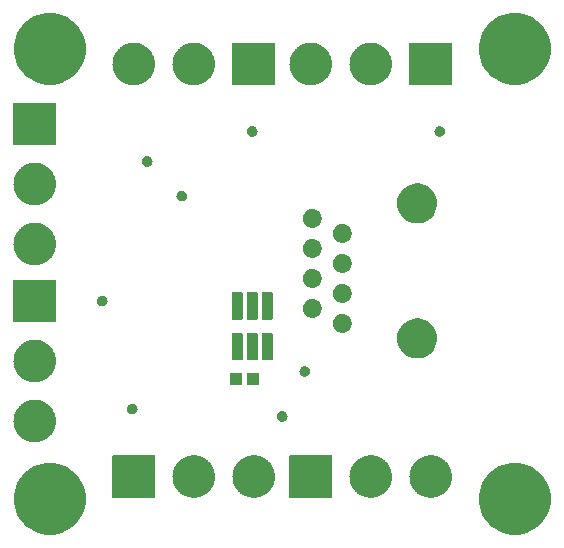
<source format=gts>
G04 #@! TF.GenerationSoftware,KiCad,Pcbnew,7.0.9*
G04 #@! TF.CreationDate,2023-12-23T15:59:00+01:00*
G04 #@! TF.ProjectId,hub-1-wire,6875622d-312d-4776-9972-652e6b696361,v1.0*
G04 #@! TF.SameCoordinates,Original*
G04 #@! TF.FileFunction,Soldermask,Top*
G04 #@! TF.FilePolarity,Negative*
%FSLAX46Y46*%
G04 Gerber Fmt 4.6, Leading zero omitted, Abs format (unit mm)*
G04 Created by KiCad (PCBNEW 7.0.9) date 2023-12-23 15:59:00*
%MOMM*%
%LPD*%
G01*
G04 APERTURE LIST*
G04 APERTURE END LIST*
G36*
X135977604Y-104664184D02*
G01*
X136314911Y-104721495D01*
X136643681Y-104816212D01*
X136959779Y-104947144D01*
X137259230Y-105112644D01*
X137538267Y-105310632D01*
X137793383Y-105538617D01*
X138021368Y-105793733D01*
X138219356Y-106072770D01*
X138384856Y-106372221D01*
X138515788Y-106688319D01*
X138610505Y-107017089D01*
X138667816Y-107354396D01*
X138687000Y-107696000D01*
X138667816Y-108037604D01*
X138610505Y-108374911D01*
X138515788Y-108703681D01*
X138384856Y-109019779D01*
X138219356Y-109319230D01*
X138021368Y-109598267D01*
X137793383Y-109853383D01*
X137538267Y-110081368D01*
X137259230Y-110279356D01*
X136959779Y-110444856D01*
X136643681Y-110575788D01*
X136314911Y-110670505D01*
X135977604Y-110727816D01*
X135636000Y-110747000D01*
X135294396Y-110727816D01*
X134957089Y-110670505D01*
X134628319Y-110575788D01*
X134312221Y-110444856D01*
X134012770Y-110279356D01*
X133733733Y-110081368D01*
X133478617Y-109853383D01*
X133250632Y-109598267D01*
X133052644Y-109319230D01*
X132887144Y-109019779D01*
X132756212Y-108703681D01*
X132661495Y-108374911D01*
X132604184Y-108037604D01*
X132585000Y-107696000D01*
X132604184Y-107354396D01*
X132661495Y-107017089D01*
X132756212Y-106688319D01*
X132887144Y-106372221D01*
X133052644Y-106072770D01*
X133250632Y-105793733D01*
X133478617Y-105538617D01*
X133733733Y-105310632D01*
X134012770Y-105112644D01*
X134312221Y-104947144D01*
X134628319Y-104816212D01*
X134957089Y-104721495D01*
X135294396Y-104664184D01*
X135636000Y-104645000D01*
X135977604Y-104664184D01*
G37*
G36*
X175347604Y-104664184D02*
G01*
X175684911Y-104721495D01*
X176013681Y-104816212D01*
X176329779Y-104947144D01*
X176629230Y-105112644D01*
X176908267Y-105310632D01*
X177163383Y-105538617D01*
X177391368Y-105793733D01*
X177589356Y-106072770D01*
X177754856Y-106372221D01*
X177885788Y-106688319D01*
X177980505Y-107017089D01*
X178037816Y-107354396D01*
X178057000Y-107696000D01*
X178037816Y-108037604D01*
X177980505Y-108374911D01*
X177885788Y-108703681D01*
X177754856Y-109019779D01*
X177589356Y-109319230D01*
X177391368Y-109598267D01*
X177163383Y-109853383D01*
X176908267Y-110081368D01*
X176629230Y-110279356D01*
X176329779Y-110444856D01*
X176013681Y-110575788D01*
X175684911Y-110670505D01*
X175347604Y-110727816D01*
X175006000Y-110747000D01*
X174664396Y-110727816D01*
X174327089Y-110670505D01*
X173998319Y-110575788D01*
X173682221Y-110444856D01*
X173382770Y-110279356D01*
X173103733Y-110081368D01*
X172848617Y-109853383D01*
X172620632Y-109598267D01*
X172422644Y-109319230D01*
X172257144Y-109019779D01*
X172126212Y-108703681D01*
X172031495Y-108374911D01*
X171974184Y-108037604D01*
X171955000Y-107696000D01*
X171974184Y-107354396D01*
X172031495Y-107017089D01*
X172126212Y-106688319D01*
X172257144Y-106372221D01*
X172422644Y-106072770D01*
X172620632Y-105793733D01*
X172848617Y-105538617D01*
X173103733Y-105310632D01*
X173382770Y-105112644D01*
X173682221Y-104947144D01*
X173998319Y-104816212D01*
X174327089Y-104721495D01*
X174664396Y-104664184D01*
X175006000Y-104645000D01*
X175347604Y-104664184D01*
G37*
G36*
X144517517Y-103993882D02*
G01*
X144534062Y-104004938D01*
X144545118Y-104021483D01*
X144549000Y-104041000D01*
X144549000Y-107541000D01*
X144545118Y-107560517D01*
X144534062Y-107577062D01*
X144517517Y-107588118D01*
X144498000Y-107592000D01*
X140998000Y-107592000D01*
X140978483Y-107588118D01*
X140961938Y-107577062D01*
X140950882Y-107560517D01*
X140947000Y-107541000D01*
X140947000Y-104041000D01*
X140950882Y-104021483D01*
X140961938Y-104004938D01*
X140978483Y-103993882D01*
X140998000Y-103990000D01*
X144498000Y-103990000D01*
X144517517Y-103993882D01*
G37*
G36*
X159503517Y-103993882D02*
G01*
X159520062Y-104004938D01*
X159531118Y-104021483D01*
X159535000Y-104041000D01*
X159535000Y-107541000D01*
X159531118Y-107560517D01*
X159520062Y-107577062D01*
X159503517Y-107588118D01*
X159484000Y-107592000D01*
X155984000Y-107592000D01*
X155964483Y-107588118D01*
X155947938Y-107577062D01*
X155936882Y-107560517D01*
X155933000Y-107541000D01*
X155933000Y-104041000D01*
X155936882Y-104021483D01*
X155947938Y-104004938D01*
X155964483Y-103993882D01*
X155984000Y-103990000D01*
X159484000Y-103990000D01*
X159503517Y-103993882D01*
G37*
G36*
X147893951Y-103995036D02*
G01*
X147962589Y-103995036D01*
X148024570Y-104004378D01*
X148084269Y-104008648D01*
X148155044Y-104024044D01*
X148228760Y-104035155D01*
X148282924Y-104051862D01*
X148335305Y-104063257D01*
X148409110Y-104090785D01*
X148485979Y-104114496D01*
X148531658Y-104136493D01*
X148576030Y-104153044D01*
X148650770Y-104193855D01*
X148728500Y-104231288D01*
X148765412Y-104256454D01*
X148801522Y-104276172D01*
X148874907Y-104331107D01*
X148950905Y-104382922D01*
X148979220Y-104409194D01*
X149007192Y-104430134D01*
X149076708Y-104499650D01*
X149148226Y-104566009D01*
X149168540Y-104591482D01*
X149188865Y-104611807D01*
X149251896Y-104696007D01*
X149316056Y-104776461D01*
X149329317Y-104799429D01*
X149342827Y-104817477D01*
X149396719Y-104916173D01*
X149450645Y-105009575D01*
X149458119Y-105028618D01*
X149465955Y-105042969D01*
X149508138Y-105156066D01*
X149548987Y-105260146D01*
X149552184Y-105274157D01*
X149555742Y-105283694D01*
X149583789Y-105412626D01*
X149608884Y-105522575D01*
X149609502Y-105530830D01*
X149610351Y-105534730D01*
X149621985Y-105697395D01*
X149629000Y-105791000D01*
X149621984Y-105884612D01*
X149610351Y-106047269D01*
X149609502Y-106051168D01*
X149608884Y-106059425D01*
X149583784Y-106169393D01*
X149555742Y-106298305D01*
X149552185Y-106307840D01*
X149548987Y-106321854D01*
X149508131Y-106425952D01*
X149465955Y-106539030D01*
X149458120Y-106553377D01*
X149450645Y-106572425D01*
X149396709Y-106665843D01*
X149342827Y-106764522D01*
X149329319Y-106782565D01*
X149316056Y-106805539D01*
X149251884Y-106886007D01*
X149188865Y-106970192D01*
X149168544Y-106990512D01*
X149148226Y-107015991D01*
X149076694Y-107082362D01*
X149007192Y-107151865D01*
X148979225Y-107172800D01*
X148950905Y-107199078D01*
X148874892Y-107250902D01*
X148801522Y-107305827D01*
X148765420Y-107325540D01*
X148728500Y-107350712D01*
X148650755Y-107388151D01*
X148576030Y-107428955D01*
X148531667Y-107445501D01*
X148485979Y-107467504D01*
X148409094Y-107491219D01*
X148335305Y-107518742D01*
X148282935Y-107530134D01*
X148228760Y-107546845D01*
X148155029Y-107557958D01*
X148084269Y-107573351D01*
X148024582Y-107577619D01*
X147962589Y-107586964D01*
X147893937Y-107586964D01*
X147828000Y-107591680D01*
X147762062Y-107586964D01*
X147693411Y-107586964D01*
X147631418Y-107577620D01*
X147571730Y-107573351D01*
X147500967Y-107557957D01*
X147427240Y-107546845D01*
X147373066Y-107530134D01*
X147320694Y-107518742D01*
X147246899Y-107491217D01*
X147170021Y-107467504D01*
X147124336Y-107445503D01*
X147079969Y-107428955D01*
X147005236Y-107388147D01*
X146927500Y-107350712D01*
X146890583Y-107325542D01*
X146854477Y-107305827D01*
X146781095Y-107250894D01*
X146705095Y-107199078D01*
X146676778Y-107172803D01*
X146648807Y-107151865D01*
X146579291Y-107082349D01*
X146507774Y-107015991D01*
X146487459Y-106990517D01*
X146467134Y-106970192D01*
X146404099Y-106885986D01*
X146339944Y-106805539D01*
X146326683Y-106782571D01*
X146313172Y-106764522D01*
X146259272Y-106665812D01*
X146205355Y-106572425D01*
X146197882Y-106553384D01*
X146190044Y-106539030D01*
X146147848Y-106425901D01*
X146107013Y-106321854D01*
X146103816Y-106307847D01*
X146100257Y-106298305D01*
X146072193Y-106169300D01*
X146047116Y-106059425D01*
X146046497Y-106051175D01*
X146045648Y-106047269D01*
X146033993Y-105884319D01*
X146027000Y-105791000D01*
X146033992Y-105697687D01*
X146045648Y-105534730D01*
X146046497Y-105530823D01*
X146047116Y-105522575D01*
X146072189Y-105412720D01*
X146100257Y-105283694D01*
X146103816Y-105274150D01*
X146107013Y-105260146D01*
X146147840Y-105156118D01*
X146190044Y-105042969D01*
X146197883Y-105028612D01*
X146205355Y-105009575D01*
X146259262Y-104916205D01*
X146313172Y-104817477D01*
X146326686Y-104799424D01*
X146339944Y-104776461D01*
X146404086Y-104696028D01*
X146467134Y-104611807D01*
X146487463Y-104591477D01*
X146507774Y-104566009D01*
X146579277Y-104499663D01*
X146648807Y-104430134D01*
X146676783Y-104409190D01*
X146705095Y-104382922D01*
X146781080Y-104331115D01*
X146854477Y-104276172D01*
X146890591Y-104256452D01*
X146927500Y-104231288D01*
X147005220Y-104193859D01*
X147079969Y-104153044D01*
X147124345Y-104136492D01*
X147170021Y-104114496D01*
X147246884Y-104090787D01*
X147320694Y-104063257D01*
X147373077Y-104051861D01*
X147427240Y-104035155D01*
X147500952Y-104024044D01*
X147571730Y-104008648D01*
X147631430Y-104004378D01*
X147693411Y-103995036D01*
X147762048Y-103995036D01*
X147828000Y-103990319D01*
X147893951Y-103995036D01*
G37*
G36*
X152973951Y-103995036D02*
G01*
X153042589Y-103995036D01*
X153104570Y-104004378D01*
X153164269Y-104008648D01*
X153235044Y-104024044D01*
X153308760Y-104035155D01*
X153362924Y-104051862D01*
X153415305Y-104063257D01*
X153489110Y-104090785D01*
X153565979Y-104114496D01*
X153611658Y-104136493D01*
X153656030Y-104153044D01*
X153730770Y-104193855D01*
X153808500Y-104231288D01*
X153845412Y-104256454D01*
X153881522Y-104276172D01*
X153954907Y-104331107D01*
X154030905Y-104382922D01*
X154059220Y-104409194D01*
X154087192Y-104430134D01*
X154156708Y-104499650D01*
X154228226Y-104566009D01*
X154248540Y-104591482D01*
X154268865Y-104611807D01*
X154331896Y-104696007D01*
X154396056Y-104776461D01*
X154409317Y-104799429D01*
X154422827Y-104817477D01*
X154476719Y-104916173D01*
X154530645Y-105009575D01*
X154538119Y-105028618D01*
X154545955Y-105042969D01*
X154588138Y-105156066D01*
X154628987Y-105260146D01*
X154632184Y-105274157D01*
X154635742Y-105283694D01*
X154663789Y-105412626D01*
X154688884Y-105522575D01*
X154689502Y-105530830D01*
X154690351Y-105534730D01*
X154701985Y-105697395D01*
X154709000Y-105791000D01*
X154701984Y-105884612D01*
X154690351Y-106047269D01*
X154689502Y-106051168D01*
X154688884Y-106059425D01*
X154663784Y-106169393D01*
X154635742Y-106298305D01*
X154632185Y-106307840D01*
X154628987Y-106321854D01*
X154588131Y-106425952D01*
X154545955Y-106539030D01*
X154538120Y-106553377D01*
X154530645Y-106572425D01*
X154476709Y-106665843D01*
X154422827Y-106764522D01*
X154409319Y-106782565D01*
X154396056Y-106805539D01*
X154331884Y-106886007D01*
X154268865Y-106970192D01*
X154248544Y-106990512D01*
X154228226Y-107015991D01*
X154156694Y-107082362D01*
X154087192Y-107151865D01*
X154059225Y-107172800D01*
X154030905Y-107199078D01*
X153954892Y-107250902D01*
X153881522Y-107305827D01*
X153845420Y-107325540D01*
X153808500Y-107350712D01*
X153730755Y-107388151D01*
X153656030Y-107428955D01*
X153611667Y-107445501D01*
X153565979Y-107467504D01*
X153489094Y-107491219D01*
X153415305Y-107518742D01*
X153362935Y-107530134D01*
X153308760Y-107546845D01*
X153235029Y-107557958D01*
X153164269Y-107573351D01*
X153104582Y-107577619D01*
X153042589Y-107586964D01*
X152973937Y-107586964D01*
X152908000Y-107591680D01*
X152842062Y-107586964D01*
X152773411Y-107586964D01*
X152711418Y-107577620D01*
X152651730Y-107573351D01*
X152580967Y-107557957D01*
X152507240Y-107546845D01*
X152453066Y-107530134D01*
X152400694Y-107518742D01*
X152326899Y-107491217D01*
X152250021Y-107467504D01*
X152204336Y-107445503D01*
X152159969Y-107428955D01*
X152085236Y-107388147D01*
X152007500Y-107350712D01*
X151970583Y-107325542D01*
X151934477Y-107305827D01*
X151861095Y-107250894D01*
X151785095Y-107199078D01*
X151756778Y-107172803D01*
X151728807Y-107151865D01*
X151659291Y-107082349D01*
X151587774Y-107015991D01*
X151567459Y-106990517D01*
X151547134Y-106970192D01*
X151484099Y-106885986D01*
X151419944Y-106805539D01*
X151406683Y-106782571D01*
X151393172Y-106764522D01*
X151339272Y-106665812D01*
X151285355Y-106572425D01*
X151277882Y-106553384D01*
X151270044Y-106539030D01*
X151227848Y-106425901D01*
X151187013Y-106321854D01*
X151183816Y-106307847D01*
X151180257Y-106298305D01*
X151152193Y-106169300D01*
X151127116Y-106059425D01*
X151126497Y-106051175D01*
X151125648Y-106047269D01*
X151113993Y-105884319D01*
X151107000Y-105791000D01*
X151113992Y-105697687D01*
X151125648Y-105534730D01*
X151126497Y-105530823D01*
X151127116Y-105522575D01*
X151152189Y-105412720D01*
X151180257Y-105283694D01*
X151183816Y-105274150D01*
X151187013Y-105260146D01*
X151227840Y-105156118D01*
X151270044Y-105042969D01*
X151277883Y-105028612D01*
X151285355Y-105009575D01*
X151339262Y-104916205D01*
X151393172Y-104817477D01*
X151406686Y-104799424D01*
X151419944Y-104776461D01*
X151484086Y-104696028D01*
X151547134Y-104611807D01*
X151567463Y-104591477D01*
X151587774Y-104566009D01*
X151659277Y-104499663D01*
X151728807Y-104430134D01*
X151756783Y-104409190D01*
X151785095Y-104382922D01*
X151861080Y-104331115D01*
X151934477Y-104276172D01*
X151970591Y-104256452D01*
X152007500Y-104231288D01*
X152085220Y-104193859D01*
X152159969Y-104153044D01*
X152204345Y-104136492D01*
X152250021Y-104114496D01*
X152326884Y-104090787D01*
X152400694Y-104063257D01*
X152453077Y-104051861D01*
X152507240Y-104035155D01*
X152580952Y-104024044D01*
X152651730Y-104008648D01*
X152711430Y-104004378D01*
X152773411Y-103995036D01*
X152842048Y-103995036D01*
X152908000Y-103990319D01*
X152973951Y-103995036D01*
G37*
G36*
X162879951Y-103995036D02*
G01*
X162948589Y-103995036D01*
X163010570Y-104004378D01*
X163070269Y-104008648D01*
X163141044Y-104024044D01*
X163214760Y-104035155D01*
X163268924Y-104051862D01*
X163321305Y-104063257D01*
X163395110Y-104090785D01*
X163471979Y-104114496D01*
X163517658Y-104136493D01*
X163562030Y-104153044D01*
X163636770Y-104193855D01*
X163714500Y-104231288D01*
X163751412Y-104256454D01*
X163787522Y-104276172D01*
X163860907Y-104331107D01*
X163936905Y-104382922D01*
X163965220Y-104409194D01*
X163993192Y-104430134D01*
X164062708Y-104499650D01*
X164134226Y-104566009D01*
X164154540Y-104591482D01*
X164174865Y-104611807D01*
X164237896Y-104696007D01*
X164302056Y-104776461D01*
X164315317Y-104799429D01*
X164328827Y-104817477D01*
X164382719Y-104916173D01*
X164436645Y-105009575D01*
X164444119Y-105028618D01*
X164451955Y-105042969D01*
X164494138Y-105156066D01*
X164534987Y-105260146D01*
X164538184Y-105274157D01*
X164541742Y-105283694D01*
X164569789Y-105412626D01*
X164594884Y-105522575D01*
X164595502Y-105530830D01*
X164596351Y-105534730D01*
X164607985Y-105697395D01*
X164615000Y-105791000D01*
X164607984Y-105884612D01*
X164596351Y-106047269D01*
X164595502Y-106051168D01*
X164594884Y-106059425D01*
X164569784Y-106169393D01*
X164541742Y-106298305D01*
X164538185Y-106307840D01*
X164534987Y-106321854D01*
X164494131Y-106425952D01*
X164451955Y-106539030D01*
X164444120Y-106553377D01*
X164436645Y-106572425D01*
X164382709Y-106665843D01*
X164328827Y-106764522D01*
X164315319Y-106782565D01*
X164302056Y-106805539D01*
X164237884Y-106886007D01*
X164174865Y-106970192D01*
X164154544Y-106990512D01*
X164134226Y-107015991D01*
X164062694Y-107082362D01*
X163993192Y-107151865D01*
X163965225Y-107172800D01*
X163936905Y-107199078D01*
X163860892Y-107250902D01*
X163787522Y-107305827D01*
X163751420Y-107325540D01*
X163714500Y-107350712D01*
X163636755Y-107388151D01*
X163562030Y-107428955D01*
X163517667Y-107445501D01*
X163471979Y-107467504D01*
X163395094Y-107491219D01*
X163321305Y-107518742D01*
X163268935Y-107530134D01*
X163214760Y-107546845D01*
X163141029Y-107557958D01*
X163070269Y-107573351D01*
X163010582Y-107577619D01*
X162948589Y-107586964D01*
X162879937Y-107586964D01*
X162814000Y-107591680D01*
X162748062Y-107586964D01*
X162679411Y-107586964D01*
X162617418Y-107577620D01*
X162557730Y-107573351D01*
X162486967Y-107557957D01*
X162413240Y-107546845D01*
X162359066Y-107530134D01*
X162306694Y-107518742D01*
X162232899Y-107491217D01*
X162156021Y-107467504D01*
X162110336Y-107445503D01*
X162065969Y-107428955D01*
X161991236Y-107388147D01*
X161913500Y-107350712D01*
X161876583Y-107325542D01*
X161840477Y-107305827D01*
X161767095Y-107250894D01*
X161691095Y-107199078D01*
X161662778Y-107172803D01*
X161634807Y-107151865D01*
X161565291Y-107082349D01*
X161493774Y-107015991D01*
X161473459Y-106990517D01*
X161453134Y-106970192D01*
X161390099Y-106885986D01*
X161325944Y-106805539D01*
X161312683Y-106782571D01*
X161299172Y-106764522D01*
X161245272Y-106665812D01*
X161191355Y-106572425D01*
X161183882Y-106553384D01*
X161176044Y-106539030D01*
X161133848Y-106425901D01*
X161093013Y-106321854D01*
X161089816Y-106307847D01*
X161086257Y-106298305D01*
X161058193Y-106169300D01*
X161033116Y-106059425D01*
X161032497Y-106051175D01*
X161031648Y-106047269D01*
X161019993Y-105884319D01*
X161013000Y-105791000D01*
X161019992Y-105697687D01*
X161031648Y-105534730D01*
X161032497Y-105530823D01*
X161033116Y-105522575D01*
X161058189Y-105412720D01*
X161086257Y-105283694D01*
X161089816Y-105274150D01*
X161093013Y-105260146D01*
X161133840Y-105156118D01*
X161176044Y-105042969D01*
X161183883Y-105028612D01*
X161191355Y-105009575D01*
X161245262Y-104916205D01*
X161299172Y-104817477D01*
X161312686Y-104799424D01*
X161325944Y-104776461D01*
X161390086Y-104696028D01*
X161453134Y-104611807D01*
X161473463Y-104591477D01*
X161493774Y-104566009D01*
X161565277Y-104499663D01*
X161634807Y-104430134D01*
X161662783Y-104409190D01*
X161691095Y-104382922D01*
X161767080Y-104331115D01*
X161840477Y-104276172D01*
X161876591Y-104256452D01*
X161913500Y-104231288D01*
X161991220Y-104193859D01*
X162065969Y-104153044D01*
X162110345Y-104136492D01*
X162156021Y-104114496D01*
X162232884Y-104090787D01*
X162306694Y-104063257D01*
X162359077Y-104051861D01*
X162413240Y-104035155D01*
X162486952Y-104024044D01*
X162557730Y-104008648D01*
X162617430Y-104004378D01*
X162679411Y-103995036D01*
X162748048Y-103995036D01*
X162814000Y-103990319D01*
X162879951Y-103995036D01*
G37*
G36*
X167959951Y-103995036D02*
G01*
X168028589Y-103995036D01*
X168090570Y-104004378D01*
X168150269Y-104008648D01*
X168221044Y-104024044D01*
X168294760Y-104035155D01*
X168348924Y-104051862D01*
X168401305Y-104063257D01*
X168475110Y-104090785D01*
X168551979Y-104114496D01*
X168597658Y-104136493D01*
X168642030Y-104153044D01*
X168716770Y-104193855D01*
X168794500Y-104231288D01*
X168831412Y-104256454D01*
X168867522Y-104276172D01*
X168940907Y-104331107D01*
X169016905Y-104382922D01*
X169045220Y-104409194D01*
X169073192Y-104430134D01*
X169142708Y-104499650D01*
X169214226Y-104566009D01*
X169234540Y-104591482D01*
X169254865Y-104611807D01*
X169317896Y-104696007D01*
X169382056Y-104776461D01*
X169395317Y-104799429D01*
X169408827Y-104817477D01*
X169462719Y-104916173D01*
X169516645Y-105009575D01*
X169524119Y-105028618D01*
X169531955Y-105042969D01*
X169574138Y-105156066D01*
X169614987Y-105260146D01*
X169618184Y-105274157D01*
X169621742Y-105283694D01*
X169649789Y-105412626D01*
X169674884Y-105522575D01*
X169675502Y-105530830D01*
X169676351Y-105534730D01*
X169687985Y-105697395D01*
X169695000Y-105791000D01*
X169687984Y-105884612D01*
X169676351Y-106047269D01*
X169675502Y-106051168D01*
X169674884Y-106059425D01*
X169649784Y-106169393D01*
X169621742Y-106298305D01*
X169618185Y-106307840D01*
X169614987Y-106321854D01*
X169574131Y-106425952D01*
X169531955Y-106539030D01*
X169524120Y-106553377D01*
X169516645Y-106572425D01*
X169462709Y-106665843D01*
X169408827Y-106764522D01*
X169395319Y-106782565D01*
X169382056Y-106805539D01*
X169317884Y-106886007D01*
X169254865Y-106970192D01*
X169234544Y-106990512D01*
X169214226Y-107015991D01*
X169142694Y-107082362D01*
X169073192Y-107151865D01*
X169045225Y-107172800D01*
X169016905Y-107199078D01*
X168940892Y-107250902D01*
X168867522Y-107305827D01*
X168831420Y-107325540D01*
X168794500Y-107350712D01*
X168716755Y-107388151D01*
X168642030Y-107428955D01*
X168597667Y-107445501D01*
X168551979Y-107467504D01*
X168475094Y-107491219D01*
X168401305Y-107518742D01*
X168348935Y-107530134D01*
X168294760Y-107546845D01*
X168221029Y-107557958D01*
X168150269Y-107573351D01*
X168090582Y-107577619D01*
X168028589Y-107586964D01*
X167959937Y-107586964D01*
X167894000Y-107591680D01*
X167828062Y-107586964D01*
X167759411Y-107586964D01*
X167697418Y-107577620D01*
X167637730Y-107573351D01*
X167566967Y-107557957D01*
X167493240Y-107546845D01*
X167439066Y-107530134D01*
X167386694Y-107518742D01*
X167312899Y-107491217D01*
X167236021Y-107467504D01*
X167190336Y-107445503D01*
X167145969Y-107428955D01*
X167071236Y-107388147D01*
X166993500Y-107350712D01*
X166956583Y-107325542D01*
X166920477Y-107305827D01*
X166847095Y-107250894D01*
X166771095Y-107199078D01*
X166742778Y-107172803D01*
X166714807Y-107151865D01*
X166645291Y-107082349D01*
X166573774Y-107015991D01*
X166553459Y-106990517D01*
X166533134Y-106970192D01*
X166470099Y-106885986D01*
X166405944Y-106805539D01*
X166392683Y-106782571D01*
X166379172Y-106764522D01*
X166325272Y-106665812D01*
X166271355Y-106572425D01*
X166263882Y-106553384D01*
X166256044Y-106539030D01*
X166213848Y-106425901D01*
X166173013Y-106321854D01*
X166169816Y-106307847D01*
X166166257Y-106298305D01*
X166138193Y-106169300D01*
X166113116Y-106059425D01*
X166112497Y-106051175D01*
X166111648Y-106047269D01*
X166099993Y-105884319D01*
X166093000Y-105791000D01*
X166099992Y-105697687D01*
X166111648Y-105534730D01*
X166112497Y-105530823D01*
X166113116Y-105522575D01*
X166138189Y-105412720D01*
X166166257Y-105283694D01*
X166169816Y-105274150D01*
X166173013Y-105260146D01*
X166213840Y-105156118D01*
X166256044Y-105042969D01*
X166263883Y-105028612D01*
X166271355Y-105009575D01*
X166325262Y-104916205D01*
X166379172Y-104817477D01*
X166392686Y-104799424D01*
X166405944Y-104776461D01*
X166470086Y-104696028D01*
X166533134Y-104611807D01*
X166553463Y-104591477D01*
X166573774Y-104566009D01*
X166645277Y-104499663D01*
X166714807Y-104430134D01*
X166742783Y-104409190D01*
X166771095Y-104382922D01*
X166847080Y-104331115D01*
X166920477Y-104276172D01*
X166956591Y-104256452D01*
X166993500Y-104231288D01*
X167071220Y-104193859D01*
X167145969Y-104153044D01*
X167190345Y-104136492D01*
X167236021Y-104114496D01*
X167312884Y-104090787D01*
X167386694Y-104063257D01*
X167439077Y-104051861D01*
X167493240Y-104035155D01*
X167566952Y-104024044D01*
X167637730Y-104008648D01*
X167697430Y-104004378D01*
X167759411Y-103995036D01*
X167828048Y-103995036D01*
X167894000Y-103990319D01*
X167959951Y-103995036D01*
G37*
G36*
X134431951Y-99296036D02*
G01*
X134500589Y-99296036D01*
X134562570Y-99305378D01*
X134622269Y-99309648D01*
X134693044Y-99325044D01*
X134766760Y-99336155D01*
X134820924Y-99352862D01*
X134873305Y-99364257D01*
X134947110Y-99391785D01*
X135023979Y-99415496D01*
X135069658Y-99437493D01*
X135114030Y-99454044D01*
X135188770Y-99494855D01*
X135266500Y-99532288D01*
X135303412Y-99557454D01*
X135339522Y-99577172D01*
X135412907Y-99632107D01*
X135488905Y-99683922D01*
X135517220Y-99710194D01*
X135545192Y-99731134D01*
X135614708Y-99800650D01*
X135686226Y-99867009D01*
X135706540Y-99892482D01*
X135726865Y-99912807D01*
X135789896Y-99997007D01*
X135854056Y-100077461D01*
X135867317Y-100100429D01*
X135880827Y-100118477D01*
X135934719Y-100217173D01*
X135988645Y-100310575D01*
X135996119Y-100329618D01*
X136003955Y-100343969D01*
X136046138Y-100457066D01*
X136086987Y-100561146D01*
X136090184Y-100575157D01*
X136093742Y-100584694D01*
X136121789Y-100713626D01*
X136146884Y-100823575D01*
X136147502Y-100831830D01*
X136148351Y-100835730D01*
X136159985Y-100998395D01*
X136167000Y-101092000D01*
X136159984Y-101185612D01*
X136148351Y-101348269D01*
X136147502Y-101352168D01*
X136146884Y-101360425D01*
X136121784Y-101470393D01*
X136093742Y-101599305D01*
X136090185Y-101608840D01*
X136086987Y-101622854D01*
X136046131Y-101726952D01*
X136003955Y-101840030D01*
X135996120Y-101854377D01*
X135988645Y-101873425D01*
X135934709Y-101966843D01*
X135880827Y-102065522D01*
X135867319Y-102083565D01*
X135854056Y-102106539D01*
X135789884Y-102187007D01*
X135726865Y-102271192D01*
X135706544Y-102291512D01*
X135686226Y-102316991D01*
X135614694Y-102383362D01*
X135545192Y-102452865D01*
X135517225Y-102473800D01*
X135488905Y-102500078D01*
X135412892Y-102551902D01*
X135339522Y-102606827D01*
X135303420Y-102626540D01*
X135266500Y-102651712D01*
X135188755Y-102689151D01*
X135114030Y-102729955D01*
X135069667Y-102746501D01*
X135023979Y-102768504D01*
X134947094Y-102792219D01*
X134873305Y-102819742D01*
X134820935Y-102831134D01*
X134766760Y-102847845D01*
X134693029Y-102858958D01*
X134622269Y-102874351D01*
X134562582Y-102878619D01*
X134500589Y-102887964D01*
X134431937Y-102887964D01*
X134366000Y-102892680D01*
X134300062Y-102887964D01*
X134231411Y-102887964D01*
X134169418Y-102878620D01*
X134109730Y-102874351D01*
X134038967Y-102858957D01*
X133965240Y-102847845D01*
X133911066Y-102831134D01*
X133858694Y-102819742D01*
X133784899Y-102792217D01*
X133708021Y-102768504D01*
X133662336Y-102746503D01*
X133617969Y-102729955D01*
X133543236Y-102689147D01*
X133465500Y-102651712D01*
X133428583Y-102626542D01*
X133392477Y-102606827D01*
X133319095Y-102551894D01*
X133243095Y-102500078D01*
X133214778Y-102473803D01*
X133186807Y-102452865D01*
X133117291Y-102383349D01*
X133045774Y-102316991D01*
X133025459Y-102291517D01*
X133005134Y-102271192D01*
X132942099Y-102186986D01*
X132877944Y-102106539D01*
X132864683Y-102083571D01*
X132851172Y-102065522D01*
X132797272Y-101966812D01*
X132743355Y-101873425D01*
X132735882Y-101854384D01*
X132728044Y-101840030D01*
X132685848Y-101726901D01*
X132645013Y-101622854D01*
X132641816Y-101608847D01*
X132638257Y-101599305D01*
X132610193Y-101470300D01*
X132585116Y-101360425D01*
X132584497Y-101352175D01*
X132583648Y-101348269D01*
X132571993Y-101185319D01*
X132565000Y-101092000D01*
X132571992Y-100998687D01*
X132583648Y-100835730D01*
X132584497Y-100831823D01*
X132585116Y-100823575D01*
X132610189Y-100713720D01*
X132638257Y-100584694D01*
X132641816Y-100575150D01*
X132645013Y-100561146D01*
X132685840Y-100457118D01*
X132728044Y-100343969D01*
X132735883Y-100329612D01*
X132743355Y-100310575D01*
X132797262Y-100217205D01*
X132851172Y-100118477D01*
X132864686Y-100100424D01*
X132877944Y-100077461D01*
X132942086Y-99997028D01*
X133005134Y-99912807D01*
X133025463Y-99892477D01*
X133045774Y-99867009D01*
X133117277Y-99800663D01*
X133186807Y-99731134D01*
X133214783Y-99710190D01*
X133243095Y-99683922D01*
X133319080Y-99632115D01*
X133392477Y-99577172D01*
X133428591Y-99557452D01*
X133465500Y-99532288D01*
X133543220Y-99494859D01*
X133617969Y-99454044D01*
X133662345Y-99437492D01*
X133708021Y-99415496D01*
X133784884Y-99391787D01*
X133858694Y-99364257D01*
X133911077Y-99352861D01*
X133965240Y-99336155D01*
X134038952Y-99325044D01*
X134109730Y-99309648D01*
X134169430Y-99305378D01*
X134231411Y-99296036D01*
X134300048Y-99296036D01*
X134366000Y-99291319D01*
X134431951Y-99296036D01*
G37*
G36*
X155347676Y-100264591D02*
G01*
X155385184Y-100264591D01*
X155415671Y-100273542D01*
X155437450Y-100276410D01*
X155466703Y-100288527D01*
X155508352Y-100300756D01*
X155530334Y-100314883D01*
X155545961Y-100321356D01*
X155574595Y-100343327D01*
X155616342Y-100370157D01*
X155629799Y-100385688D01*
X155639141Y-100392856D01*
X155663357Y-100424416D01*
X155700405Y-100467171D01*
X155706639Y-100480822D01*
X155710643Y-100486040D01*
X155726451Y-100524205D01*
X155753731Y-100583939D01*
X155755079Y-100593319D01*
X155755589Y-100594549D01*
X155759197Y-100621960D01*
X155772000Y-100711000D01*
X155759196Y-100800048D01*
X155755589Y-100827450D01*
X155755079Y-100828678D01*
X155753731Y-100838061D01*
X155726452Y-100897791D01*
X155710643Y-100935961D01*
X155706638Y-100941180D01*
X155700405Y-100954829D01*
X155663356Y-100997584D01*
X155639142Y-101029142D01*
X155629803Y-101036308D01*
X155616342Y-101051843D01*
X155574586Y-101078677D01*
X155545961Y-101100643D01*
X155530339Y-101107113D01*
X155508352Y-101121244D01*
X155466695Y-101133475D01*
X155437450Y-101145589D01*
X155415677Y-101148455D01*
X155385184Y-101157409D01*
X155347669Y-101157409D01*
X155321000Y-101160920D01*
X155294331Y-101157409D01*
X155256816Y-101157409D01*
X155226323Y-101148455D01*
X155204549Y-101145589D01*
X155175301Y-101133474D01*
X155133648Y-101121244D01*
X155111662Y-101107114D01*
X155096038Y-101100643D01*
X155067407Y-101078673D01*
X155025658Y-101051843D01*
X155012198Y-101036310D01*
X155002857Y-101029142D01*
X154978634Y-100997574D01*
X154941595Y-100954829D01*
X154935363Y-100941183D01*
X154931356Y-100935961D01*
X154915536Y-100897768D01*
X154888269Y-100838061D01*
X154886920Y-100828682D01*
X154886410Y-100827450D01*
X154882791Y-100799965D01*
X154870000Y-100711000D01*
X154882790Y-100622042D01*
X154886410Y-100594549D01*
X154886920Y-100593315D01*
X154888269Y-100583939D01*
X154915537Y-100524228D01*
X154931356Y-100486040D01*
X154935362Y-100480818D01*
X154941595Y-100467171D01*
X154978632Y-100424427D01*
X155002857Y-100392857D01*
X155012201Y-100385687D01*
X155025658Y-100370157D01*
X155067407Y-100343326D01*
X155096040Y-100321356D01*
X155111663Y-100314884D01*
X155133648Y-100300756D01*
X155175294Y-100288527D01*
X155204549Y-100276410D01*
X155226329Y-100273542D01*
X155256816Y-100264591D01*
X155294324Y-100264591D01*
X155321000Y-100261079D01*
X155347676Y-100264591D01*
G37*
G36*
X142647676Y-99629591D02*
G01*
X142685184Y-99629591D01*
X142715671Y-99638542D01*
X142737450Y-99641410D01*
X142766703Y-99653527D01*
X142808352Y-99665756D01*
X142830334Y-99679883D01*
X142845961Y-99686356D01*
X142874595Y-99708327D01*
X142916342Y-99735157D01*
X142929799Y-99750688D01*
X142939141Y-99757856D01*
X142963357Y-99789416D01*
X143000405Y-99832171D01*
X143006639Y-99845822D01*
X143010643Y-99851040D01*
X143026451Y-99889205D01*
X143053731Y-99948939D01*
X143055079Y-99958319D01*
X143055589Y-99959549D01*
X143059197Y-99986960D01*
X143072000Y-100076000D01*
X143059196Y-100165048D01*
X143055589Y-100192450D01*
X143055079Y-100193678D01*
X143053731Y-100203061D01*
X143026452Y-100262791D01*
X143010643Y-100300961D01*
X143006638Y-100306180D01*
X143000405Y-100319829D01*
X142963356Y-100362584D01*
X142939142Y-100394142D01*
X142929803Y-100401308D01*
X142916342Y-100416843D01*
X142874586Y-100443677D01*
X142845961Y-100465643D01*
X142830339Y-100472113D01*
X142808352Y-100486244D01*
X142766695Y-100498475D01*
X142737450Y-100510589D01*
X142715677Y-100513455D01*
X142685184Y-100522409D01*
X142647669Y-100522409D01*
X142621000Y-100525920D01*
X142594331Y-100522409D01*
X142556816Y-100522409D01*
X142526323Y-100513455D01*
X142504549Y-100510589D01*
X142475301Y-100498474D01*
X142433648Y-100486244D01*
X142411662Y-100472114D01*
X142396038Y-100465643D01*
X142367407Y-100443673D01*
X142325658Y-100416843D01*
X142312198Y-100401310D01*
X142302857Y-100394142D01*
X142278634Y-100362574D01*
X142241595Y-100319829D01*
X142235363Y-100306183D01*
X142231356Y-100300961D01*
X142215536Y-100262768D01*
X142188269Y-100203061D01*
X142186920Y-100193682D01*
X142186410Y-100192450D01*
X142182791Y-100164965D01*
X142170000Y-100076000D01*
X142182790Y-99987042D01*
X142186410Y-99959549D01*
X142186920Y-99958315D01*
X142188269Y-99948939D01*
X142215537Y-99889228D01*
X142231356Y-99851040D01*
X142235362Y-99845818D01*
X142241595Y-99832171D01*
X142278632Y-99789427D01*
X142302857Y-99757857D01*
X142312201Y-99750687D01*
X142325658Y-99735157D01*
X142367407Y-99708326D01*
X142396040Y-99686356D01*
X142411663Y-99679884D01*
X142433648Y-99665756D01*
X142475294Y-99653527D01*
X142504549Y-99641410D01*
X142526329Y-99638542D01*
X142556816Y-99629591D01*
X142594324Y-99629591D01*
X142621000Y-99626079D01*
X142647676Y-99629591D01*
G37*
G36*
X151890517Y-97038882D02*
G01*
X151907062Y-97049938D01*
X151918118Y-97066483D01*
X151922000Y-97086000D01*
X151922000Y-97986000D01*
X151918118Y-98005517D01*
X151907062Y-98022062D01*
X151890517Y-98033118D01*
X151871000Y-98037000D01*
X150971000Y-98037000D01*
X150951483Y-98033118D01*
X150934938Y-98022062D01*
X150923882Y-98005517D01*
X150920000Y-97986000D01*
X150920000Y-97086000D01*
X150923882Y-97066483D01*
X150934938Y-97049938D01*
X150951483Y-97038882D01*
X150971000Y-97035000D01*
X151871000Y-97035000D01*
X151890517Y-97038882D01*
G37*
G36*
X153340517Y-97038882D02*
G01*
X153357062Y-97049938D01*
X153368118Y-97066483D01*
X153372000Y-97086000D01*
X153372000Y-97986000D01*
X153368118Y-98005517D01*
X153357062Y-98022062D01*
X153340517Y-98033118D01*
X153321000Y-98037000D01*
X152421000Y-98037000D01*
X152401483Y-98033118D01*
X152384938Y-98022062D01*
X152373882Y-98005517D01*
X152370000Y-97986000D01*
X152370000Y-97086000D01*
X152373882Y-97066483D01*
X152384938Y-97049938D01*
X152401483Y-97038882D01*
X152421000Y-97035000D01*
X153321000Y-97035000D01*
X153340517Y-97038882D01*
G37*
G36*
X134431951Y-94216036D02*
G01*
X134500589Y-94216036D01*
X134562570Y-94225378D01*
X134622269Y-94229648D01*
X134693044Y-94245044D01*
X134766760Y-94256155D01*
X134820924Y-94272862D01*
X134873305Y-94284257D01*
X134947110Y-94311785D01*
X135023979Y-94335496D01*
X135069658Y-94357493D01*
X135114030Y-94374044D01*
X135188770Y-94414855D01*
X135266500Y-94452288D01*
X135303412Y-94477454D01*
X135339522Y-94497172D01*
X135412907Y-94552107D01*
X135488905Y-94603922D01*
X135517220Y-94630194D01*
X135545192Y-94651134D01*
X135614708Y-94720650D01*
X135686226Y-94787009D01*
X135706540Y-94812482D01*
X135726865Y-94832807D01*
X135789896Y-94917007D01*
X135854056Y-94997461D01*
X135867317Y-95020429D01*
X135880827Y-95038477D01*
X135934719Y-95137173D01*
X135988645Y-95230575D01*
X135996119Y-95249618D01*
X136003955Y-95263969D01*
X136046138Y-95377066D01*
X136086987Y-95481146D01*
X136090184Y-95495157D01*
X136093742Y-95504694D01*
X136121789Y-95633626D01*
X136146884Y-95743575D01*
X136147502Y-95751830D01*
X136148351Y-95755730D01*
X136159971Y-95918200D01*
X136167000Y-96012000D01*
X136159984Y-96105612D01*
X136148351Y-96268269D01*
X136147502Y-96272168D01*
X136146884Y-96280425D01*
X136121784Y-96390393D01*
X136093742Y-96519305D01*
X136090185Y-96528840D01*
X136086987Y-96542854D01*
X136046131Y-96646952D01*
X136003955Y-96760030D01*
X135996120Y-96774377D01*
X135988645Y-96793425D01*
X135934709Y-96886843D01*
X135880827Y-96985522D01*
X135867319Y-97003565D01*
X135854056Y-97026539D01*
X135789884Y-97107007D01*
X135726865Y-97191192D01*
X135706544Y-97211512D01*
X135686226Y-97236991D01*
X135614694Y-97303362D01*
X135545192Y-97372865D01*
X135517225Y-97393800D01*
X135488905Y-97420078D01*
X135412892Y-97471902D01*
X135339522Y-97526827D01*
X135303420Y-97546540D01*
X135266500Y-97571712D01*
X135188755Y-97609151D01*
X135114030Y-97649955D01*
X135069667Y-97666501D01*
X135023979Y-97688504D01*
X134947094Y-97712219D01*
X134873305Y-97739742D01*
X134820935Y-97751134D01*
X134766760Y-97767845D01*
X134693029Y-97778958D01*
X134622269Y-97794351D01*
X134562582Y-97798619D01*
X134500589Y-97807964D01*
X134431937Y-97807964D01*
X134366000Y-97812680D01*
X134300062Y-97807964D01*
X134231411Y-97807964D01*
X134169418Y-97798620D01*
X134109730Y-97794351D01*
X134038967Y-97778957D01*
X133965240Y-97767845D01*
X133911066Y-97751134D01*
X133858694Y-97739742D01*
X133784899Y-97712217D01*
X133708021Y-97688504D01*
X133662336Y-97666503D01*
X133617969Y-97649955D01*
X133543236Y-97609147D01*
X133465500Y-97571712D01*
X133428583Y-97546542D01*
X133392477Y-97526827D01*
X133319095Y-97471894D01*
X133243095Y-97420078D01*
X133214778Y-97393803D01*
X133186807Y-97372865D01*
X133117291Y-97303349D01*
X133045774Y-97236991D01*
X133025459Y-97211517D01*
X133005134Y-97191192D01*
X132942099Y-97106986D01*
X132877944Y-97026539D01*
X132864683Y-97003571D01*
X132851172Y-96985522D01*
X132797272Y-96886812D01*
X132743355Y-96793425D01*
X132735882Y-96774384D01*
X132728044Y-96760030D01*
X132685848Y-96646901D01*
X132645013Y-96542854D01*
X132641816Y-96528847D01*
X132638257Y-96519305D01*
X132610193Y-96390300D01*
X132585116Y-96280425D01*
X132584497Y-96272175D01*
X132583648Y-96268269D01*
X132571993Y-96105319D01*
X132565000Y-96012000D01*
X132571992Y-95918687D01*
X132583648Y-95755730D01*
X132584497Y-95751823D01*
X132585116Y-95743575D01*
X132610189Y-95633720D01*
X132638257Y-95504694D01*
X132641816Y-95495150D01*
X132645013Y-95481146D01*
X132685840Y-95377118D01*
X132728044Y-95263969D01*
X132735883Y-95249612D01*
X132743355Y-95230575D01*
X132797262Y-95137205D01*
X132851172Y-95038477D01*
X132864686Y-95020424D01*
X132877944Y-94997461D01*
X132942086Y-94917028D01*
X133005134Y-94832807D01*
X133025463Y-94812477D01*
X133045774Y-94787009D01*
X133117277Y-94720663D01*
X133186807Y-94651134D01*
X133214783Y-94630190D01*
X133243095Y-94603922D01*
X133319080Y-94552115D01*
X133392477Y-94497172D01*
X133428591Y-94477452D01*
X133465500Y-94452288D01*
X133543220Y-94414859D01*
X133617969Y-94374044D01*
X133662345Y-94357492D01*
X133708021Y-94335496D01*
X133784884Y-94311787D01*
X133858694Y-94284257D01*
X133911077Y-94272861D01*
X133965240Y-94256155D01*
X134038952Y-94245044D01*
X134109730Y-94229648D01*
X134169430Y-94225378D01*
X134231411Y-94216036D01*
X134300048Y-94216036D01*
X134366000Y-94211319D01*
X134431951Y-94216036D01*
G37*
G36*
X157252676Y-96454591D02*
G01*
X157290184Y-96454591D01*
X157320671Y-96463542D01*
X157342450Y-96466410D01*
X157371703Y-96478527D01*
X157413352Y-96490756D01*
X157435334Y-96504883D01*
X157450961Y-96511356D01*
X157479595Y-96533327D01*
X157521342Y-96560157D01*
X157534799Y-96575688D01*
X157544141Y-96582856D01*
X157568357Y-96614416D01*
X157605405Y-96657171D01*
X157611639Y-96670822D01*
X157615643Y-96676040D01*
X157631451Y-96714205D01*
X157658731Y-96773939D01*
X157660079Y-96783319D01*
X157660589Y-96784549D01*
X157664197Y-96811960D01*
X157677000Y-96901000D01*
X157664196Y-96990048D01*
X157660589Y-97017450D01*
X157660079Y-97018678D01*
X157658731Y-97028061D01*
X157631452Y-97087791D01*
X157615643Y-97125961D01*
X157611638Y-97131180D01*
X157605405Y-97144829D01*
X157568356Y-97187584D01*
X157544142Y-97219142D01*
X157534803Y-97226308D01*
X157521342Y-97241843D01*
X157479586Y-97268677D01*
X157450961Y-97290643D01*
X157435339Y-97297113D01*
X157413352Y-97311244D01*
X157371695Y-97323475D01*
X157342450Y-97335589D01*
X157320677Y-97338455D01*
X157290184Y-97347409D01*
X157252669Y-97347409D01*
X157226000Y-97350920D01*
X157199331Y-97347409D01*
X157161816Y-97347409D01*
X157131323Y-97338455D01*
X157109549Y-97335589D01*
X157080301Y-97323474D01*
X157038648Y-97311244D01*
X157016662Y-97297114D01*
X157001038Y-97290643D01*
X156972407Y-97268673D01*
X156930658Y-97241843D01*
X156917198Y-97226310D01*
X156907857Y-97219142D01*
X156883634Y-97187574D01*
X156846595Y-97144829D01*
X156840363Y-97131183D01*
X156836356Y-97125961D01*
X156820536Y-97087768D01*
X156793269Y-97028061D01*
X156791920Y-97018682D01*
X156791410Y-97017450D01*
X156787791Y-96989965D01*
X156775000Y-96901000D01*
X156787790Y-96812042D01*
X156791410Y-96784549D01*
X156791920Y-96783315D01*
X156793269Y-96773939D01*
X156820537Y-96714228D01*
X156836356Y-96676040D01*
X156840362Y-96670818D01*
X156846595Y-96657171D01*
X156883632Y-96614427D01*
X156907857Y-96582857D01*
X156917201Y-96575687D01*
X156930658Y-96560157D01*
X156972407Y-96533326D01*
X157001040Y-96511356D01*
X157016663Y-96504884D01*
X157038648Y-96490756D01*
X157080294Y-96478527D01*
X157109549Y-96466410D01*
X157131329Y-96463542D01*
X157161816Y-96454591D01*
X157199324Y-96454591D01*
X157226000Y-96451079D01*
X157252676Y-96454591D01*
G37*
G36*
X151930517Y-93671082D02*
G01*
X151947062Y-93682138D01*
X151958118Y-93698683D01*
X151962000Y-93718200D01*
X151962000Y-95918200D01*
X151958118Y-95937717D01*
X151947062Y-95954262D01*
X151930517Y-95965318D01*
X151911000Y-95969200D01*
X151111000Y-95969200D01*
X151091483Y-95965318D01*
X151074938Y-95954262D01*
X151063882Y-95937717D01*
X151060000Y-95918200D01*
X151060000Y-93718200D01*
X151063882Y-93698683D01*
X151074938Y-93682138D01*
X151091483Y-93671082D01*
X151111000Y-93667200D01*
X151911000Y-93667200D01*
X151930517Y-93671082D01*
G37*
G36*
X153200517Y-93671082D02*
G01*
X153217062Y-93682138D01*
X153228118Y-93698683D01*
X153232000Y-93718200D01*
X153232000Y-95918200D01*
X153228118Y-95937717D01*
X153217062Y-95954262D01*
X153200517Y-95965318D01*
X153181000Y-95969200D01*
X152381000Y-95969200D01*
X152361483Y-95965318D01*
X152344938Y-95954262D01*
X152333882Y-95937717D01*
X152330000Y-95918200D01*
X152330000Y-93718200D01*
X152333882Y-93698683D01*
X152344938Y-93682138D01*
X152361483Y-93671082D01*
X152381000Y-93667200D01*
X153181000Y-93667200D01*
X153200517Y-93671082D01*
G37*
G36*
X154470517Y-93671082D02*
G01*
X154487062Y-93682138D01*
X154498118Y-93698683D01*
X154502000Y-93718200D01*
X154502000Y-95918200D01*
X154498118Y-95937717D01*
X154487062Y-95954262D01*
X154470517Y-95965318D01*
X154451000Y-95969200D01*
X153651000Y-95969200D01*
X153631483Y-95965318D01*
X153614938Y-95954262D01*
X153603882Y-95937717D01*
X153600000Y-95918200D01*
X153600000Y-93718200D01*
X153603882Y-93698683D01*
X153614938Y-93682138D01*
X153631483Y-93671082D01*
X153651000Y-93667200D01*
X154451000Y-93667200D01*
X154470517Y-93671082D01*
G37*
G36*
X167129508Y-92449648D02*
G01*
X167372445Y-92524584D01*
X167601500Y-92634891D01*
X167811556Y-92778105D01*
X167997921Y-92951026D01*
X168156432Y-93149793D01*
X168283548Y-93369964D01*
X168376429Y-93606621D01*
X168433001Y-93854479D01*
X168452000Y-94108000D01*
X168433001Y-94361521D01*
X168376429Y-94609379D01*
X168283548Y-94846036D01*
X168156432Y-95066207D01*
X167997921Y-95264974D01*
X167811556Y-95437895D01*
X167601500Y-95581109D01*
X167372445Y-95691416D01*
X167129508Y-95766352D01*
X166878116Y-95804244D01*
X166623884Y-95804244D01*
X166372492Y-95766352D01*
X166129555Y-95691416D01*
X165900500Y-95581109D01*
X165690444Y-95437895D01*
X165504079Y-95264974D01*
X165345568Y-95066207D01*
X165218452Y-94846036D01*
X165125571Y-94609379D01*
X165068999Y-94361521D01*
X165050000Y-94108000D01*
X165068999Y-93854479D01*
X165125571Y-93606621D01*
X165218452Y-93369964D01*
X165345568Y-93149793D01*
X165504079Y-92951026D01*
X165690444Y-92778105D01*
X165900500Y-92634891D01*
X166129555Y-92524584D01*
X166372492Y-92449648D01*
X166623884Y-92411756D01*
X166878116Y-92411756D01*
X167129508Y-92449648D01*
G37*
G36*
X160446023Y-92040073D02*
G01*
X160484657Y-92040073D01*
X160528240Y-92049336D01*
X160579239Y-92055083D01*
X160616321Y-92068058D01*
X160648306Y-92074857D01*
X160694401Y-92095379D01*
X160748541Y-92114324D01*
X160776719Y-92132029D01*
X160801157Y-92142910D01*
X160846720Y-92176014D01*
X160900415Y-92209753D01*
X160919700Y-92229038D01*
X160936512Y-92241253D01*
X160978076Y-92287414D01*
X161027247Y-92336585D01*
X161038555Y-92354582D01*
X161048467Y-92365590D01*
X161082376Y-92424322D01*
X161122676Y-92488459D01*
X161127707Y-92502838D01*
X161132120Y-92510481D01*
X161154718Y-92580030D01*
X161181917Y-92657761D01*
X161182948Y-92666913D01*
X161183823Y-92669606D01*
X161191750Y-92745038D01*
X161202000Y-92836000D01*
X161191750Y-92926969D01*
X161183823Y-93002393D01*
X161182948Y-93005084D01*
X161181917Y-93014239D01*
X161154713Y-93091982D01*
X161132120Y-93161518D01*
X161127708Y-93169159D01*
X161122676Y-93183541D01*
X161082369Y-93247688D01*
X161048467Y-93306409D01*
X161038557Y-93317414D01*
X161027247Y-93335415D01*
X160978067Y-93384594D01*
X160936512Y-93430746D01*
X160919704Y-93442957D01*
X160900415Y-93462247D01*
X160846710Y-93495992D01*
X160801157Y-93529089D01*
X160776725Y-93539966D01*
X160748541Y-93557676D01*
X160694391Y-93576623D01*
X160648306Y-93597142D01*
X160616327Y-93603939D01*
X160579239Y-93616917D01*
X160528237Y-93622663D01*
X160484657Y-93631927D01*
X160446023Y-93631927D01*
X160401000Y-93637000D01*
X160355977Y-93631927D01*
X160317343Y-93631927D01*
X160273761Y-93622663D01*
X160222761Y-93616917D01*
X160185674Y-93603939D01*
X160153693Y-93597142D01*
X160107603Y-93576622D01*
X160053459Y-93557676D01*
X160025277Y-93539968D01*
X160000842Y-93529089D01*
X159955282Y-93495987D01*
X159901585Y-93462247D01*
X159882298Y-93442960D01*
X159865487Y-93430746D01*
X159823922Y-93384584D01*
X159774753Y-93335415D01*
X159763444Y-93317418D01*
X159753532Y-93306409D01*
X159719618Y-93247668D01*
X159679324Y-93183541D01*
X159674293Y-93169163D01*
X159669879Y-93161518D01*
X159647272Y-93091942D01*
X159620083Y-93014239D01*
X159619052Y-93005089D01*
X159618176Y-93002393D01*
X159610235Y-92926837D01*
X159600000Y-92836000D01*
X159610234Y-92745170D01*
X159618176Y-92669606D01*
X159619052Y-92666909D01*
X159620083Y-92657761D01*
X159647267Y-92580070D01*
X159669879Y-92510481D01*
X159674293Y-92502834D01*
X159679324Y-92488459D01*
X159719611Y-92424342D01*
X159753532Y-92365590D01*
X159763446Y-92354578D01*
X159774753Y-92336585D01*
X159823913Y-92287424D01*
X159865487Y-92241253D01*
X159882301Y-92229036D01*
X159901585Y-92209753D01*
X159955278Y-92176015D01*
X160000846Y-92142908D01*
X160025284Y-92132027D01*
X160053459Y-92114324D01*
X160107587Y-92095383D01*
X160153689Y-92074858D01*
X160185679Y-92068058D01*
X160222761Y-92055083D01*
X160273759Y-92049336D01*
X160317343Y-92040073D01*
X160355977Y-92040073D01*
X160401000Y-92035000D01*
X160446023Y-92040073D01*
G37*
G36*
X136135517Y-89134882D02*
G01*
X136152062Y-89145938D01*
X136163118Y-89162483D01*
X136167000Y-89182000D01*
X136167000Y-92682000D01*
X136163118Y-92701517D01*
X136152062Y-92718062D01*
X136135517Y-92729118D01*
X136116000Y-92733000D01*
X132616000Y-92733000D01*
X132596483Y-92729118D01*
X132579938Y-92718062D01*
X132568882Y-92701517D01*
X132565000Y-92682000D01*
X132565000Y-89182000D01*
X132568882Y-89162483D01*
X132579938Y-89145938D01*
X132596483Y-89134882D01*
X132616000Y-89131000D01*
X136116000Y-89131000D01*
X136135517Y-89134882D01*
G37*
G36*
X151930517Y-90216682D02*
G01*
X151947062Y-90227738D01*
X151958118Y-90244283D01*
X151962000Y-90263800D01*
X151962000Y-92463800D01*
X151958118Y-92483317D01*
X151947062Y-92499862D01*
X151930517Y-92510918D01*
X151911000Y-92514800D01*
X151111000Y-92514800D01*
X151091483Y-92510918D01*
X151074938Y-92499862D01*
X151063882Y-92483317D01*
X151060000Y-92463800D01*
X151060000Y-90263800D01*
X151063882Y-90244283D01*
X151074938Y-90227738D01*
X151091483Y-90216682D01*
X151111000Y-90212800D01*
X151911000Y-90212800D01*
X151930517Y-90216682D01*
G37*
G36*
X153200517Y-90216682D02*
G01*
X153217062Y-90227738D01*
X153228118Y-90244283D01*
X153232000Y-90263800D01*
X153232000Y-92463800D01*
X153228118Y-92483317D01*
X153217062Y-92499862D01*
X153200517Y-92510918D01*
X153181000Y-92514800D01*
X152381000Y-92514800D01*
X152361483Y-92510918D01*
X152344938Y-92499862D01*
X152333882Y-92483317D01*
X152330000Y-92463800D01*
X152330000Y-90263800D01*
X152333882Y-90244283D01*
X152344938Y-90227738D01*
X152361483Y-90216682D01*
X152381000Y-90212800D01*
X153181000Y-90212800D01*
X153200517Y-90216682D01*
G37*
G36*
X154470517Y-90216682D02*
G01*
X154487062Y-90227738D01*
X154498118Y-90244283D01*
X154502000Y-90263800D01*
X154502000Y-92463800D01*
X154498118Y-92483317D01*
X154487062Y-92499862D01*
X154470517Y-92510918D01*
X154451000Y-92514800D01*
X153651000Y-92514800D01*
X153631483Y-92510918D01*
X153614938Y-92499862D01*
X153603882Y-92483317D01*
X153600000Y-92463800D01*
X153600000Y-90263800D01*
X153603882Y-90244283D01*
X153614938Y-90227738D01*
X153631483Y-90216682D01*
X153651000Y-90212800D01*
X154451000Y-90212800D01*
X154470517Y-90216682D01*
G37*
G36*
X157906023Y-90770073D02*
G01*
X157944657Y-90770073D01*
X157988240Y-90779336D01*
X158039239Y-90785083D01*
X158076321Y-90798058D01*
X158108306Y-90804857D01*
X158154401Y-90825379D01*
X158208541Y-90844324D01*
X158236719Y-90862029D01*
X158261157Y-90872910D01*
X158306720Y-90906014D01*
X158360415Y-90939753D01*
X158379700Y-90959038D01*
X158396512Y-90971253D01*
X158438076Y-91017414D01*
X158487247Y-91066585D01*
X158498555Y-91084582D01*
X158508467Y-91095590D01*
X158542376Y-91154322D01*
X158582676Y-91218459D01*
X158587707Y-91232838D01*
X158592120Y-91240481D01*
X158614718Y-91310030D01*
X158641917Y-91387761D01*
X158642948Y-91396913D01*
X158643823Y-91399606D01*
X158651750Y-91475038D01*
X158662000Y-91566000D01*
X158651750Y-91656969D01*
X158643823Y-91732393D01*
X158642948Y-91735084D01*
X158641917Y-91744239D01*
X158614713Y-91821982D01*
X158592120Y-91891518D01*
X158587708Y-91899159D01*
X158582676Y-91913541D01*
X158542369Y-91977688D01*
X158508467Y-92036409D01*
X158498557Y-92047414D01*
X158487247Y-92065415D01*
X158438067Y-92114594D01*
X158396512Y-92160746D01*
X158379704Y-92172957D01*
X158360415Y-92192247D01*
X158306710Y-92225992D01*
X158261157Y-92259089D01*
X158236725Y-92269966D01*
X158208541Y-92287676D01*
X158154391Y-92306623D01*
X158108306Y-92327142D01*
X158076327Y-92333939D01*
X158039239Y-92346917D01*
X157988237Y-92352663D01*
X157944657Y-92361927D01*
X157906023Y-92361927D01*
X157861000Y-92367000D01*
X157815977Y-92361927D01*
X157777343Y-92361927D01*
X157733761Y-92352663D01*
X157682761Y-92346917D01*
X157645674Y-92333939D01*
X157613693Y-92327142D01*
X157567603Y-92306622D01*
X157513459Y-92287676D01*
X157485277Y-92269968D01*
X157460842Y-92259089D01*
X157415282Y-92225987D01*
X157361585Y-92192247D01*
X157342298Y-92172960D01*
X157325487Y-92160746D01*
X157283922Y-92114584D01*
X157234753Y-92065415D01*
X157223444Y-92047418D01*
X157213532Y-92036409D01*
X157179618Y-91977668D01*
X157139324Y-91913541D01*
X157134293Y-91899163D01*
X157129879Y-91891518D01*
X157107272Y-91821942D01*
X157080083Y-91744239D01*
X157079052Y-91735089D01*
X157078176Y-91732393D01*
X157070235Y-91656837D01*
X157060000Y-91566000D01*
X157070234Y-91475170D01*
X157078176Y-91399606D01*
X157079052Y-91396909D01*
X157080083Y-91387761D01*
X157107267Y-91310070D01*
X157129879Y-91240481D01*
X157134293Y-91232834D01*
X157139324Y-91218459D01*
X157179611Y-91154342D01*
X157213532Y-91095590D01*
X157223446Y-91084578D01*
X157234753Y-91066585D01*
X157283913Y-91017424D01*
X157325487Y-90971253D01*
X157342301Y-90959036D01*
X157361585Y-90939753D01*
X157415278Y-90906015D01*
X157460846Y-90872908D01*
X157485284Y-90862027D01*
X157513459Y-90844324D01*
X157567587Y-90825383D01*
X157613689Y-90804858D01*
X157645679Y-90798058D01*
X157682761Y-90785083D01*
X157733759Y-90779336D01*
X157777343Y-90770073D01*
X157815977Y-90770073D01*
X157861000Y-90765000D01*
X157906023Y-90770073D01*
G37*
G36*
X140107676Y-90485591D02*
G01*
X140145184Y-90485591D01*
X140175671Y-90494542D01*
X140197450Y-90497410D01*
X140226703Y-90509527D01*
X140268352Y-90521756D01*
X140290334Y-90535883D01*
X140305961Y-90542356D01*
X140334595Y-90564327D01*
X140376342Y-90591157D01*
X140389799Y-90606688D01*
X140399141Y-90613856D01*
X140423357Y-90645416D01*
X140460405Y-90688171D01*
X140466639Y-90701822D01*
X140470643Y-90707040D01*
X140486451Y-90745205D01*
X140513731Y-90804939D01*
X140515079Y-90814319D01*
X140515589Y-90815549D01*
X140519197Y-90842960D01*
X140532000Y-90932000D01*
X140519196Y-91021048D01*
X140515589Y-91048450D01*
X140515079Y-91049678D01*
X140513731Y-91059061D01*
X140486452Y-91118791D01*
X140470643Y-91156961D01*
X140466638Y-91162180D01*
X140460405Y-91175829D01*
X140423356Y-91218584D01*
X140399142Y-91250142D01*
X140389803Y-91257308D01*
X140376342Y-91272843D01*
X140334586Y-91299677D01*
X140305961Y-91321643D01*
X140290339Y-91328113D01*
X140268352Y-91342244D01*
X140226695Y-91354475D01*
X140197450Y-91366589D01*
X140175677Y-91369455D01*
X140145184Y-91378409D01*
X140107669Y-91378409D01*
X140081000Y-91381920D01*
X140054331Y-91378409D01*
X140016816Y-91378409D01*
X139986323Y-91369455D01*
X139964549Y-91366589D01*
X139935301Y-91354474D01*
X139893648Y-91342244D01*
X139871662Y-91328114D01*
X139856038Y-91321643D01*
X139827407Y-91299673D01*
X139785658Y-91272843D01*
X139772198Y-91257310D01*
X139762857Y-91250142D01*
X139738634Y-91218574D01*
X139701595Y-91175829D01*
X139695363Y-91162183D01*
X139691356Y-91156961D01*
X139675536Y-91118768D01*
X139648269Y-91059061D01*
X139646920Y-91049682D01*
X139646410Y-91048450D01*
X139642791Y-91020965D01*
X139630000Y-90932000D01*
X139642790Y-90843042D01*
X139646410Y-90815549D01*
X139646920Y-90814315D01*
X139648269Y-90804939D01*
X139675537Y-90745228D01*
X139691356Y-90707040D01*
X139695362Y-90701818D01*
X139701595Y-90688171D01*
X139738632Y-90645427D01*
X139762857Y-90613857D01*
X139772201Y-90606687D01*
X139785658Y-90591157D01*
X139827407Y-90564326D01*
X139856040Y-90542356D01*
X139871663Y-90535884D01*
X139893648Y-90521756D01*
X139935294Y-90509527D01*
X139964549Y-90497410D01*
X139986329Y-90494542D01*
X140016816Y-90485591D01*
X140054324Y-90485591D01*
X140081000Y-90482079D01*
X140107676Y-90485591D01*
G37*
G36*
X160446023Y-89500073D02*
G01*
X160484657Y-89500073D01*
X160528240Y-89509336D01*
X160579239Y-89515083D01*
X160616321Y-89528058D01*
X160648306Y-89534857D01*
X160694401Y-89555379D01*
X160748541Y-89574324D01*
X160776719Y-89592029D01*
X160801157Y-89602910D01*
X160846720Y-89636014D01*
X160900415Y-89669753D01*
X160919700Y-89689038D01*
X160936512Y-89701253D01*
X160978076Y-89747414D01*
X161027247Y-89796585D01*
X161038555Y-89814582D01*
X161048467Y-89825590D01*
X161082376Y-89884322D01*
X161122676Y-89948459D01*
X161127707Y-89962838D01*
X161132120Y-89970481D01*
X161154718Y-90040030D01*
X161181917Y-90117761D01*
X161182948Y-90126913D01*
X161183823Y-90129606D01*
X161191750Y-90205038D01*
X161202000Y-90296000D01*
X161191750Y-90386969D01*
X161183823Y-90462393D01*
X161182948Y-90465084D01*
X161181917Y-90474239D01*
X161154713Y-90551982D01*
X161132120Y-90621518D01*
X161127708Y-90629159D01*
X161122676Y-90643541D01*
X161082369Y-90707688D01*
X161048467Y-90766409D01*
X161038557Y-90777414D01*
X161027247Y-90795415D01*
X160978067Y-90844594D01*
X160936512Y-90890746D01*
X160919704Y-90902957D01*
X160900415Y-90922247D01*
X160846710Y-90955992D01*
X160801157Y-90989089D01*
X160776725Y-90999966D01*
X160748541Y-91017676D01*
X160694391Y-91036623D01*
X160648306Y-91057142D01*
X160616327Y-91063939D01*
X160579239Y-91076917D01*
X160528237Y-91082663D01*
X160484657Y-91091927D01*
X160446023Y-91091927D01*
X160401000Y-91097000D01*
X160355977Y-91091927D01*
X160317343Y-91091927D01*
X160273761Y-91082663D01*
X160222761Y-91076917D01*
X160185674Y-91063939D01*
X160153693Y-91057142D01*
X160107603Y-91036622D01*
X160053459Y-91017676D01*
X160025277Y-90999968D01*
X160000842Y-90989089D01*
X159955282Y-90955987D01*
X159901585Y-90922247D01*
X159882298Y-90902960D01*
X159865487Y-90890746D01*
X159823922Y-90844584D01*
X159774753Y-90795415D01*
X159763444Y-90777418D01*
X159753532Y-90766409D01*
X159719618Y-90707668D01*
X159679324Y-90643541D01*
X159674293Y-90629163D01*
X159669879Y-90621518D01*
X159647272Y-90551942D01*
X159620083Y-90474239D01*
X159619052Y-90465089D01*
X159618176Y-90462393D01*
X159610235Y-90386837D01*
X159600000Y-90296000D01*
X159610234Y-90205170D01*
X159618176Y-90129606D01*
X159619052Y-90126909D01*
X159620083Y-90117761D01*
X159647267Y-90040070D01*
X159669879Y-89970481D01*
X159674293Y-89962834D01*
X159679324Y-89948459D01*
X159719611Y-89884342D01*
X159753532Y-89825590D01*
X159763446Y-89814578D01*
X159774753Y-89796585D01*
X159823913Y-89747424D01*
X159865487Y-89701253D01*
X159882301Y-89689036D01*
X159901585Y-89669753D01*
X159955278Y-89636015D01*
X160000846Y-89602908D01*
X160025284Y-89592027D01*
X160053459Y-89574324D01*
X160107587Y-89555383D01*
X160153689Y-89534858D01*
X160185679Y-89528058D01*
X160222761Y-89515083D01*
X160273759Y-89509336D01*
X160317343Y-89500073D01*
X160355977Y-89500073D01*
X160401000Y-89495000D01*
X160446023Y-89500073D01*
G37*
G36*
X157906023Y-88230073D02*
G01*
X157944657Y-88230073D01*
X157988240Y-88239336D01*
X158039239Y-88245083D01*
X158076321Y-88258058D01*
X158108306Y-88264857D01*
X158154401Y-88285379D01*
X158208541Y-88304324D01*
X158236719Y-88322029D01*
X158261157Y-88332910D01*
X158306720Y-88366014D01*
X158360415Y-88399753D01*
X158379700Y-88419038D01*
X158396512Y-88431253D01*
X158438076Y-88477414D01*
X158487247Y-88526585D01*
X158498555Y-88544582D01*
X158508467Y-88555590D01*
X158542376Y-88614322D01*
X158582676Y-88678459D01*
X158587707Y-88692838D01*
X158592120Y-88700481D01*
X158614718Y-88770030D01*
X158641917Y-88847761D01*
X158642948Y-88856913D01*
X158643823Y-88859606D01*
X158651750Y-88935038D01*
X158662000Y-89026000D01*
X158651750Y-89116969D01*
X158643823Y-89192393D01*
X158642948Y-89195084D01*
X158641917Y-89204239D01*
X158614713Y-89281982D01*
X158592120Y-89351518D01*
X158587708Y-89359159D01*
X158582676Y-89373541D01*
X158542369Y-89437688D01*
X158508467Y-89496409D01*
X158498557Y-89507414D01*
X158487247Y-89525415D01*
X158438067Y-89574594D01*
X158396512Y-89620746D01*
X158379704Y-89632957D01*
X158360415Y-89652247D01*
X158306710Y-89685992D01*
X158261157Y-89719089D01*
X158236725Y-89729966D01*
X158208541Y-89747676D01*
X158154391Y-89766623D01*
X158108306Y-89787142D01*
X158076327Y-89793939D01*
X158039239Y-89806917D01*
X157988237Y-89812663D01*
X157944657Y-89821927D01*
X157906023Y-89821927D01*
X157861000Y-89827000D01*
X157815977Y-89821927D01*
X157777343Y-89821927D01*
X157733761Y-89812663D01*
X157682761Y-89806917D01*
X157645674Y-89793939D01*
X157613693Y-89787142D01*
X157567603Y-89766622D01*
X157513459Y-89747676D01*
X157485277Y-89729968D01*
X157460842Y-89719089D01*
X157415282Y-89685987D01*
X157361585Y-89652247D01*
X157342298Y-89632960D01*
X157325487Y-89620746D01*
X157283922Y-89574584D01*
X157234753Y-89525415D01*
X157223444Y-89507418D01*
X157213532Y-89496409D01*
X157179618Y-89437668D01*
X157139324Y-89373541D01*
X157134293Y-89359163D01*
X157129879Y-89351518D01*
X157107272Y-89281942D01*
X157080083Y-89204239D01*
X157079052Y-89195089D01*
X157078176Y-89192393D01*
X157070235Y-89116837D01*
X157060000Y-89026000D01*
X157070234Y-88935170D01*
X157078176Y-88859606D01*
X157079052Y-88856909D01*
X157080083Y-88847761D01*
X157107267Y-88770070D01*
X157129879Y-88700481D01*
X157134293Y-88692834D01*
X157139324Y-88678459D01*
X157179611Y-88614342D01*
X157213532Y-88555590D01*
X157223446Y-88544578D01*
X157234753Y-88526585D01*
X157283913Y-88477424D01*
X157325487Y-88431253D01*
X157342301Y-88419036D01*
X157361585Y-88399753D01*
X157415278Y-88366015D01*
X157460846Y-88332908D01*
X157485284Y-88322027D01*
X157513459Y-88304324D01*
X157567587Y-88285383D01*
X157613689Y-88264858D01*
X157645679Y-88258058D01*
X157682761Y-88245083D01*
X157733759Y-88239336D01*
X157777343Y-88230073D01*
X157815977Y-88230073D01*
X157861000Y-88225000D01*
X157906023Y-88230073D01*
G37*
G36*
X160446023Y-86960073D02*
G01*
X160484657Y-86960073D01*
X160528240Y-86969336D01*
X160579239Y-86975083D01*
X160616321Y-86988058D01*
X160648306Y-86994857D01*
X160694401Y-87015379D01*
X160748541Y-87034324D01*
X160776719Y-87052029D01*
X160801157Y-87062910D01*
X160846720Y-87096014D01*
X160900415Y-87129753D01*
X160919700Y-87149038D01*
X160936512Y-87161253D01*
X160978076Y-87207414D01*
X161027247Y-87256585D01*
X161038555Y-87274582D01*
X161048467Y-87285590D01*
X161082376Y-87344322D01*
X161122676Y-87408459D01*
X161127707Y-87422838D01*
X161132120Y-87430481D01*
X161154718Y-87500030D01*
X161181917Y-87577761D01*
X161182948Y-87586913D01*
X161183823Y-87589606D01*
X161191750Y-87665038D01*
X161202000Y-87756000D01*
X161191750Y-87846969D01*
X161183823Y-87922393D01*
X161182948Y-87925084D01*
X161181917Y-87934239D01*
X161154713Y-88011982D01*
X161132120Y-88081518D01*
X161127708Y-88089159D01*
X161122676Y-88103541D01*
X161082369Y-88167688D01*
X161048467Y-88226409D01*
X161038557Y-88237414D01*
X161027247Y-88255415D01*
X160978067Y-88304594D01*
X160936512Y-88350746D01*
X160919704Y-88362957D01*
X160900415Y-88382247D01*
X160846710Y-88415992D01*
X160801157Y-88449089D01*
X160776725Y-88459966D01*
X160748541Y-88477676D01*
X160694391Y-88496623D01*
X160648306Y-88517142D01*
X160616327Y-88523939D01*
X160579239Y-88536917D01*
X160528237Y-88542663D01*
X160484657Y-88551927D01*
X160446023Y-88551927D01*
X160401000Y-88557000D01*
X160355977Y-88551927D01*
X160317343Y-88551927D01*
X160273761Y-88542663D01*
X160222761Y-88536917D01*
X160185674Y-88523939D01*
X160153693Y-88517142D01*
X160107603Y-88496622D01*
X160053459Y-88477676D01*
X160025277Y-88459968D01*
X160000842Y-88449089D01*
X159955282Y-88415987D01*
X159901585Y-88382247D01*
X159882298Y-88362960D01*
X159865487Y-88350746D01*
X159823922Y-88304584D01*
X159774753Y-88255415D01*
X159763444Y-88237418D01*
X159753532Y-88226409D01*
X159719618Y-88167668D01*
X159679324Y-88103541D01*
X159674293Y-88089163D01*
X159669879Y-88081518D01*
X159647272Y-88011942D01*
X159620083Y-87934239D01*
X159619052Y-87925089D01*
X159618176Y-87922393D01*
X159610235Y-87846837D01*
X159600000Y-87756000D01*
X159610234Y-87665170D01*
X159618176Y-87589606D01*
X159619052Y-87586909D01*
X159620083Y-87577761D01*
X159647267Y-87500070D01*
X159669879Y-87430481D01*
X159674293Y-87422834D01*
X159679324Y-87408459D01*
X159719611Y-87344342D01*
X159753532Y-87285590D01*
X159763446Y-87274578D01*
X159774753Y-87256585D01*
X159823913Y-87207424D01*
X159865487Y-87161253D01*
X159882301Y-87149036D01*
X159901585Y-87129753D01*
X159955278Y-87096015D01*
X160000846Y-87062908D01*
X160025284Y-87052027D01*
X160053459Y-87034324D01*
X160107587Y-87015383D01*
X160153689Y-86994858D01*
X160185679Y-86988058D01*
X160222761Y-86975083D01*
X160273759Y-86969336D01*
X160317343Y-86960073D01*
X160355977Y-86960073D01*
X160401000Y-86955000D01*
X160446023Y-86960073D01*
G37*
G36*
X134431951Y-84310036D02*
G01*
X134500589Y-84310036D01*
X134562570Y-84319378D01*
X134622269Y-84323648D01*
X134693044Y-84339044D01*
X134766760Y-84350155D01*
X134820924Y-84366862D01*
X134873305Y-84378257D01*
X134947110Y-84405785D01*
X135023979Y-84429496D01*
X135069658Y-84451493D01*
X135114030Y-84468044D01*
X135188770Y-84508855D01*
X135266500Y-84546288D01*
X135303412Y-84571454D01*
X135339522Y-84591172D01*
X135412907Y-84646107D01*
X135488905Y-84697922D01*
X135517220Y-84724194D01*
X135545192Y-84745134D01*
X135614708Y-84814650D01*
X135686226Y-84881009D01*
X135706540Y-84906482D01*
X135726865Y-84926807D01*
X135789896Y-85011007D01*
X135854056Y-85091461D01*
X135867317Y-85114429D01*
X135880827Y-85132477D01*
X135934719Y-85231173D01*
X135988645Y-85324575D01*
X135996119Y-85343618D01*
X136003955Y-85357969D01*
X136046138Y-85471066D01*
X136086987Y-85575146D01*
X136090184Y-85589157D01*
X136093742Y-85598694D01*
X136121789Y-85727626D01*
X136146884Y-85837575D01*
X136147502Y-85845830D01*
X136148351Y-85849730D01*
X136159985Y-86012395D01*
X136167000Y-86106000D01*
X136159984Y-86199612D01*
X136148351Y-86362269D01*
X136147502Y-86366168D01*
X136146884Y-86374425D01*
X136121784Y-86484393D01*
X136093742Y-86613305D01*
X136090185Y-86622840D01*
X136086987Y-86636854D01*
X136046131Y-86740952D01*
X136003955Y-86854030D01*
X135996120Y-86868377D01*
X135988645Y-86887425D01*
X135934709Y-86980843D01*
X135880827Y-87079522D01*
X135867319Y-87097565D01*
X135854056Y-87120539D01*
X135789884Y-87201007D01*
X135726865Y-87285192D01*
X135706544Y-87305512D01*
X135686226Y-87330991D01*
X135614694Y-87397362D01*
X135545192Y-87466865D01*
X135517225Y-87487800D01*
X135488905Y-87514078D01*
X135412892Y-87565902D01*
X135339522Y-87620827D01*
X135303420Y-87640540D01*
X135266500Y-87665712D01*
X135188755Y-87703151D01*
X135114030Y-87743955D01*
X135069667Y-87760501D01*
X135023979Y-87782504D01*
X134947094Y-87806219D01*
X134873305Y-87833742D01*
X134820935Y-87845134D01*
X134766760Y-87861845D01*
X134693029Y-87872958D01*
X134622269Y-87888351D01*
X134562582Y-87892619D01*
X134500589Y-87901964D01*
X134431937Y-87901964D01*
X134366000Y-87906680D01*
X134300062Y-87901964D01*
X134231411Y-87901964D01*
X134169418Y-87892620D01*
X134109730Y-87888351D01*
X134038967Y-87872957D01*
X133965240Y-87861845D01*
X133911066Y-87845134D01*
X133858694Y-87833742D01*
X133784899Y-87806217D01*
X133708021Y-87782504D01*
X133662336Y-87760503D01*
X133617969Y-87743955D01*
X133543236Y-87703147D01*
X133465500Y-87665712D01*
X133428583Y-87640542D01*
X133392477Y-87620827D01*
X133319095Y-87565894D01*
X133243095Y-87514078D01*
X133214778Y-87487803D01*
X133186807Y-87466865D01*
X133117291Y-87397349D01*
X133045774Y-87330991D01*
X133025459Y-87305517D01*
X133005134Y-87285192D01*
X132942099Y-87200986D01*
X132877944Y-87120539D01*
X132864683Y-87097571D01*
X132851172Y-87079522D01*
X132797272Y-86980812D01*
X132743355Y-86887425D01*
X132735882Y-86868384D01*
X132728044Y-86854030D01*
X132685848Y-86740901D01*
X132645013Y-86636854D01*
X132641816Y-86622847D01*
X132638257Y-86613305D01*
X132610193Y-86484300D01*
X132585116Y-86374425D01*
X132584497Y-86366175D01*
X132583648Y-86362269D01*
X132571993Y-86199319D01*
X132565000Y-86106000D01*
X132571992Y-86012687D01*
X132583648Y-85849730D01*
X132584497Y-85845823D01*
X132585116Y-85837575D01*
X132610189Y-85727720D01*
X132638257Y-85598694D01*
X132641816Y-85589150D01*
X132645013Y-85575146D01*
X132685840Y-85471118D01*
X132728044Y-85357969D01*
X132735883Y-85343612D01*
X132743355Y-85324575D01*
X132797262Y-85231205D01*
X132851172Y-85132477D01*
X132864686Y-85114424D01*
X132877944Y-85091461D01*
X132942086Y-85011028D01*
X133005134Y-84926807D01*
X133025463Y-84906477D01*
X133045774Y-84881009D01*
X133117277Y-84814663D01*
X133186807Y-84745134D01*
X133214783Y-84724190D01*
X133243095Y-84697922D01*
X133319080Y-84646115D01*
X133392477Y-84591172D01*
X133428591Y-84571452D01*
X133465500Y-84546288D01*
X133543220Y-84508859D01*
X133617969Y-84468044D01*
X133662345Y-84451492D01*
X133708021Y-84429496D01*
X133784884Y-84405787D01*
X133858694Y-84378257D01*
X133911077Y-84366861D01*
X133965240Y-84350155D01*
X134038952Y-84339044D01*
X134109730Y-84323648D01*
X134169430Y-84319378D01*
X134231411Y-84310036D01*
X134300048Y-84310036D01*
X134366000Y-84305319D01*
X134431951Y-84310036D01*
G37*
G36*
X157906023Y-85690073D02*
G01*
X157944657Y-85690073D01*
X157988240Y-85699336D01*
X158039239Y-85705083D01*
X158076321Y-85718058D01*
X158108306Y-85724857D01*
X158154401Y-85745379D01*
X158208541Y-85764324D01*
X158236719Y-85782029D01*
X158261157Y-85792910D01*
X158306720Y-85826014D01*
X158360415Y-85859753D01*
X158379700Y-85879038D01*
X158396512Y-85891253D01*
X158438076Y-85937414D01*
X158487247Y-85986585D01*
X158498555Y-86004582D01*
X158508467Y-86015590D01*
X158542376Y-86074322D01*
X158582676Y-86138459D01*
X158587707Y-86152838D01*
X158592120Y-86160481D01*
X158614718Y-86230030D01*
X158641917Y-86307761D01*
X158642948Y-86316913D01*
X158643823Y-86319606D01*
X158651750Y-86395038D01*
X158662000Y-86486000D01*
X158651750Y-86576969D01*
X158643823Y-86652393D01*
X158642948Y-86655084D01*
X158641917Y-86664239D01*
X158614713Y-86741982D01*
X158592120Y-86811518D01*
X158587708Y-86819159D01*
X158582676Y-86833541D01*
X158542369Y-86897688D01*
X158508467Y-86956409D01*
X158498557Y-86967414D01*
X158487247Y-86985415D01*
X158438067Y-87034594D01*
X158396512Y-87080746D01*
X158379704Y-87092957D01*
X158360415Y-87112247D01*
X158306710Y-87145992D01*
X158261157Y-87179089D01*
X158236725Y-87189966D01*
X158208541Y-87207676D01*
X158154391Y-87226623D01*
X158108306Y-87247142D01*
X158076327Y-87253939D01*
X158039239Y-87266917D01*
X157988237Y-87272663D01*
X157944657Y-87281927D01*
X157906023Y-87281927D01*
X157861000Y-87287000D01*
X157815977Y-87281927D01*
X157777343Y-87281927D01*
X157733761Y-87272663D01*
X157682761Y-87266917D01*
X157645674Y-87253939D01*
X157613693Y-87247142D01*
X157567603Y-87226622D01*
X157513459Y-87207676D01*
X157485277Y-87189968D01*
X157460842Y-87179089D01*
X157415282Y-87145987D01*
X157361585Y-87112247D01*
X157342298Y-87092960D01*
X157325487Y-87080746D01*
X157283922Y-87034584D01*
X157234753Y-86985415D01*
X157223444Y-86967418D01*
X157213532Y-86956409D01*
X157179618Y-86897668D01*
X157139324Y-86833541D01*
X157134293Y-86819163D01*
X157129879Y-86811518D01*
X157107272Y-86741942D01*
X157080083Y-86664239D01*
X157079052Y-86655089D01*
X157078176Y-86652393D01*
X157070235Y-86576837D01*
X157060000Y-86486000D01*
X157070234Y-86395170D01*
X157078176Y-86319606D01*
X157079052Y-86316909D01*
X157080083Y-86307761D01*
X157107267Y-86230070D01*
X157129879Y-86160481D01*
X157134293Y-86152834D01*
X157139324Y-86138459D01*
X157179611Y-86074342D01*
X157213532Y-86015590D01*
X157223446Y-86004578D01*
X157234753Y-85986585D01*
X157283913Y-85937424D01*
X157325487Y-85891253D01*
X157342301Y-85879036D01*
X157361585Y-85859753D01*
X157415278Y-85826015D01*
X157460846Y-85792908D01*
X157485284Y-85782027D01*
X157513459Y-85764324D01*
X157567587Y-85745383D01*
X157613689Y-85724858D01*
X157645679Y-85718058D01*
X157682761Y-85705083D01*
X157733759Y-85699336D01*
X157777343Y-85690073D01*
X157815977Y-85690073D01*
X157861000Y-85685000D01*
X157906023Y-85690073D01*
G37*
G36*
X160446023Y-84420073D02*
G01*
X160484657Y-84420073D01*
X160528240Y-84429336D01*
X160579239Y-84435083D01*
X160616321Y-84448058D01*
X160648306Y-84454857D01*
X160694401Y-84475379D01*
X160748541Y-84494324D01*
X160776719Y-84512029D01*
X160801157Y-84522910D01*
X160846720Y-84556014D01*
X160900415Y-84589753D01*
X160919700Y-84609038D01*
X160936512Y-84621253D01*
X160978076Y-84667414D01*
X161027247Y-84716585D01*
X161038555Y-84734582D01*
X161048467Y-84745590D01*
X161082376Y-84804322D01*
X161122676Y-84868459D01*
X161127707Y-84882838D01*
X161132120Y-84890481D01*
X161154718Y-84960030D01*
X161181917Y-85037761D01*
X161182948Y-85046913D01*
X161183823Y-85049606D01*
X161191750Y-85125038D01*
X161202000Y-85216000D01*
X161191750Y-85306969D01*
X161183823Y-85382393D01*
X161182948Y-85385084D01*
X161181917Y-85394239D01*
X161154713Y-85471982D01*
X161132120Y-85541518D01*
X161127708Y-85549159D01*
X161122676Y-85563541D01*
X161082369Y-85627688D01*
X161048467Y-85686409D01*
X161038557Y-85697414D01*
X161027247Y-85715415D01*
X160978067Y-85764594D01*
X160936512Y-85810746D01*
X160919704Y-85822957D01*
X160900415Y-85842247D01*
X160846710Y-85875992D01*
X160801157Y-85909089D01*
X160776725Y-85919966D01*
X160748541Y-85937676D01*
X160694391Y-85956623D01*
X160648306Y-85977142D01*
X160616327Y-85983939D01*
X160579239Y-85996917D01*
X160528237Y-86002663D01*
X160484657Y-86011927D01*
X160446023Y-86011927D01*
X160401000Y-86017000D01*
X160355977Y-86011927D01*
X160317343Y-86011927D01*
X160273761Y-86002663D01*
X160222761Y-85996917D01*
X160185674Y-85983939D01*
X160153693Y-85977142D01*
X160107603Y-85956622D01*
X160053459Y-85937676D01*
X160025277Y-85919968D01*
X160000842Y-85909089D01*
X159955282Y-85875987D01*
X159901585Y-85842247D01*
X159882298Y-85822960D01*
X159865487Y-85810746D01*
X159823922Y-85764584D01*
X159774753Y-85715415D01*
X159763444Y-85697418D01*
X159753532Y-85686409D01*
X159719618Y-85627668D01*
X159679324Y-85563541D01*
X159674293Y-85549163D01*
X159669879Y-85541518D01*
X159647272Y-85471942D01*
X159620083Y-85394239D01*
X159619052Y-85385089D01*
X159618176Y-85382393D01*
X159610235Y-85306837D01*
X159600000Y-85216000D01*
X159610234Y-85125170D01*
X159618176Y-85049606D01*
X159619052Y-85046909D01*
X159620083Y-85037761D01*
X159647267Y-84960070D01*
X159669879Y-84890481D01*
X159674293Y-84882834D01*
X159679324Y-84868459D01*
X159719611Y-84804342D01*
X159753532Y-84745590D01*
X159763446Y-84734578D01*
X159774753Y-84716585D01*
X159823913Y-84667424D01*
X159865487Y-84621253D01*
X159882301Y-84609036D01*
X159901585Y-84589753D01*
X159955278Y-84556015D01*
X160000846Y-84522908D01*
X160025284Y-84512027D01*
X160053459Y-84494324D01*
X160107587Y-84475383D01*
X160153689Y-84454858D01*
X160185679Y-84448058D01*
X160222761Y-84435083D01*
X160273759Y-84429336D01*
X160317343Y-84420073D01*
X160355977Y-84420073D01*
X160401000Y-84415000D01*
X160446023Y-84420073D01*
G37*
G36*
X157906023Y-83150073D02*
G01*
X157944657Y-83150073D01*
X157988240Y-83159336D01*
X158039239Y-83165083D01*
X158076321Y-83178058D01*
X158108306Y-83184857D01*
X158154401Y-83205379D01*
X158208541Y-83224324D01*
X158236719Y-83242029D01*
X158261157Y-83252910D01*
X158306720Y-83286014D01*
X158360415Y-83319753D01*
X158379700Y-83339038D01*
X158396512Y-83351253D01*
X158438076Y-83397414D01*
X158487247Y-83446585D01*
X158498555Y-83464582D01*
X158508467Y-83475590D01*
X158542376Y-83534322D01*
X158582676Y-83598459D01*
X158587707Y-83612838D01*
X158592120Y-83620481D01*
X158614718Y-83690030D01*
X158641917Y-83767761D01*
X158642948Y-83776913D01*
X158643823Y-83779606D01*
X158651750Y-83855038D01*
X158662000Y-83946000D01*
X158651750Y-84036969D01*
X158643823Y-84112393D01*
X158642948Y-84115084D01*
X158641917Y-84124239D01*
X158614713Y-84201982D01*
X158592120Y-84271518D01*
X158587708Y-84279159D01*
X158582676Y-84293541D01*
X158542369Y-84357688D01*
X158508467Y-84416409D01*
X158498557Y-84427414D01*
X158487247Y-84445415D01*
X158438067Y-84494594D01*
X158396512Y-84540746D01*
X158379704Y-84552957D01*
X158360415Y-84572247D01*
X158306710Y-84605992D01*
X158261157Y-84639089D01*
X158236725Y-84649966D01*
X158208541Y-84667676D01*
X158154391Y-84686623D01*
X158108306Y-84707142D01*
X158076327Y-84713939D01*
X158039239Y-84726917D01*
X157988237Y-84732663D01*
X157944657Y-84741927D01*
X157906023Y-84741927D01*
X157861000Y-84747000D01*
X157815977Y-84741927D01*
X157777343Y-84741927D01*
X157733761Y-84732663D01*
X157682761Y-84726917D01*
X157645674Y-84713939D01*
X157613693Y-84707142D01*
X157567603Y-84686622D01*
X157513459Y-84667676D01*
X157485277Y-84649968D01*
X157460842Y-84639089D01*
X157415282Y-84605987D01*
X157361585Y-84572247D01*
X157342298Y-84552960D01*
X157325487Y-84540746D01*
X157283922Y-84494584D01*
X157234753Y-84445415D01*
X157223444Y-84427418D01*
X157213532Y-84416409D01*
X157179618Y-84357668D01*
X157139324Y-84293541D01*
X157134293Y-84279163D01*
X157129879Y-84271518D01*
X157107272Y-84201942D01*
X157080083Y-84124239D01*
X157079052Y-84115089D01*
X157078176Y-84112393D01*
X157070235Y-84036837D01*
X157060000Y-83946000D01*
X157070234Y-83855170D01*
X157078176Y-83779606D01*
X157079052Y-83776909D01*
X157080083Y-83767761D01*
X157107267Y-83690070D01*
X157129879Y-83620481D01*
X157134293Y-83612834D01*
X157139324Y-83598459D01*
X157179611Y-83534342D01*
X157213532Y-83475590D01*
X157223446Y-83464578D01*
X157234753Y-83446585D01*
X157283913Y-83397424D01*
X157325487Y-83351253D01*
X157342301Y-83339036D01*
X157361585Y-83319753D01*
X157415278Y-83286015D01*
X157460846Y-83252908D01*
X157485284Y-83242027D01*
X157513459Y-83224324D01*
X157567587Y-83205383D01*
X157613689Y-83184858D01*
X157645679Y-83178058D01*
X157682761Y-83165083D01*
X157733759Y-83159336D01*
X157777343Y-83150073D01*
X157815977Y-83150073D01*
X157861000Y-83145000D01*
X157906023Y-83150073D01*
G37*
G36*
X167129508Y-81017648D02*
G01*
X167372445Y-81092584D01*
X167601500Y-81202891D01*
X167811556Y-81346105D01*
X167997921Y-81519026D01*
X168156432Y-81717793D01*
X168283548Y-81937964D01*
X168376429Y-82174621D01*
X168433001Y-82422479D01*
X168452000Y-82676000D01*
X168433001Y-82929521D01*
X168376429Y-83177379D01*
X168283548Y-83414036D01*
X168156432Y-83634207D01*
X167997921Y-83832974D01*
X167811556Y-84005895D01*
X167601500Y-84149109D01*
X167372445Y-84259416D01*
X167129508Y-84334352D01*
X166878116Y-84372244D01*
X166623884Y-84372244D01*
X166372492Y-84334352D01*
X166129555Y-84259416D01*
X165900500Y-84149109D01*
X165690444Y-84005895D01*
X165504079Y-83832974D01*
X165345568Y-83634207D01*
X165218452Y-83414036D01*
X165125571Y-83177379D01*
X165068999Y-82929521D01*
X165050000Y-82676000D01*
X165068999Y-82422479D01*
X165125571Y-82174621D01*
X165218452Y-81937964D01*
X165345568Y-81717793D01*
X165504079Y-81519026D01*
X165690444Y-81346105D01*
X165900500Y-81202891D01*
X166129555Y-81092584D01*
X166372492Y-81017648D01*
X166623884Y-80979756D01*
X166878116Y-80979756D01*
X167129508Y-81017648D01*
G37*
G36*
X134431951Y-79230036D02*
G01*
X134500589Y-79230036D01*
X134562570Y-79239378D01*
X134622269Y-79243648D01*
X134693044Y-79259044D01*
X134766760Y-79270155D01*
X134820924Y-79286862D01*
X134873305Y-79298257D01*
X134947110Y-79325785D01*
X135023979Y-79349496D01*
X135069658Y-79371493D01*
X135114030Y-79388044D01*
X135188770Y-79428855D01*
X135266500Y-79466288D01*
X135303412Y-79491454D01*
X135339522Y-79511172D01*
X135412907Y-79566107D01*
X135488905Y-79617922D01*
X135517220Y-79644194D01*
X135545192Y-79665134D01*
X135614708Y-79734650D01*
X135686226Y-79801009D01*
X135706540Y-79826482D01*
X135726865Y-79846807D01*
X135789896Y-79931007D01*
X135854056Y-80011461D01*
X135867317Y-80034429D01*
X135880827Y-80052477D01*
X135934719Y-80151173D01*
X135988645Y-80244575D01*
X135996119Y-80263618D01*
X136003955Y-80277969D01*
X136046138Y-80391066D01*
X136086987Y-80495146D01*
X136090184Y-80509157D01*
X136093742Y-80518694D01*
X136121789Y-80647626D01*
X136146884Y-80757575D01*
X136147502Y-80765830D01*
X136148351Y-80769730D01*
X136159985Y-80932395D01*
X136167000Y-81026000D01*
X136159984Y-81119612D01*
X136148351Y-81282269D01*
X136147502Y-81286168D01*
X136146884Y-81294425D01*
X136121784Y-81404393D01*
X136093742Y-81533305D01*
X136090185Y-81542840D01*
X136086987Y-81556854D01*
X136046131Y-81660952D01*
X136003955Y-81774030D01*
X135996120Y-81788377D01*
X135988645Y-81807425D01*
X135934709Y-81900843D01*
X135880827Y-81999522D01*
X135867319Y-82017565D01*
X135854056Y-82040539D01*
X135789884Y-82121007D01*
X135726865Y-82205192D01*
X135706544Y-82225512D01*
X135686226Y-82250991D01*
X135614694Y-82317362D01*
X135545192Y-82386865D01*
X135517225Y-82407800D01*
X135488905Y-82434078D01*
X135412892Y-82485902D01*
X135339522Y-82540827D01*
X135303420Y-82560540D01*
X135266500Y-82585712D01*
X135188755Y-82623151D01*
X135114030Y-82663955D01*
X135069667Y-82680501D01*
X135023979Y-82702504D01*
X134947094Y-82726219D01*
X134873305Y-82753742D01*
X134820935Y-82765134D01*
X134766760Y-82781845D01*
X134693029Y-82792958D01*
X134622269Y-82808351D01*
X134562582Y-82812619D01*
X134500589Y-82821964D01*
X134431937Y-82821964D01*
X134366000Y-82826680D01*
X134300062Y-82821964D01*
X134231411Y-82821964D01*
X134169418Y-82812620D01*
X134109730Y-82808351D01*
X134038967Y-82792957D01*
X133965240Y-82781845D01*
X133911066Y-82765134D01*
X133858694Y-82753742D01*
X133784899Y-82726217D01*
X133708021Y-82702504D01*
X133662336Y-82680503D01*
X133617969Y-82663955D01*
X133543236Y-82623147D01*
X133465500Y-82585712D01*
X133428583Y-82560542D01*
X133392477Y-82540827D01*
X133319095Y-82485894D01*
X133243095Y-82434078D01*
X133214778Y-82407803D01*
X133186807Y-82386865D01*
X133117291Y-82317349D01*
X133045774Y-82250991D01*
X133025459Y-82225517D01*
X133005134Y-82205192D01*
X132942099Y-82120986D01*
X132877944Y-82040539D01*
X132864683Y-82017571D01*
X132851172Y-81999522D01*
X132797272Y-81900812D01*
X132743355Y-81807425D01*
X132735882Y-81788384D01*
X132728044Y-81774030D01*
X132685848Y-81660901D01*
X132645013Y-81556854D01*
X132641816Y-81542847D01*
X132638257Y-81533305D01*
X132610193Y-81404300D01*
X132585116Y-81294425D01*
X132584497Y-81286175D01*
X132583648Y-81282269D01*
X132571993Y-81119319D01*
X132565000Y-81026000D01*
X132571992Y-80932687D01*
X132583648Y-80769730D01*
X132584497Y-80765823D01*
X132585116Y-80757575D01*
X132610189Y-80647720D01*
X132638257Y-80518694D01*
X132641816Y-80509150D01*
X132645013Y-80495146D01*
X132685840Y-80391118D01*
X132728044Y-80277969D01*
X132735883Y-80263612D01*
X132743355Y-80244575D01*
X132797262Y-80151205D01*
X132851172Y-80052477D01*
X132864686Y-80034424D01*
X132877944Y-80011461D01*
X132942086Y-79931028D01*
X133005134Y-79846807D01*
X133025463Y-79826477D01*
X133045774Y-79801009D01*
X133117277Y-79734663D01*
X133186807Y-79665134D01*
X133214783Y-79644190D01*
X133243095Y-79617922D01*
X133319080Y-79566115D01*
X133392477Y-79511172D01*
X133428591Y-79491452D01*
X133465500Y-79466288D01*
X133543220Y-79428859D01*
X133617969Y-79388044D01*
X133662345Y-79371492D01*
X133708021Y-79349496D01*
X133784884Y-79325787D01*
X133858694Y-79298257D01*
X133911077Y-79286861D01*
X133965240Y-79270155D01*
X134038952Y-79259044D01*
X134109730Y-79243648D01*
X134169430Y-79239378D01*
X134231411Y-79230036D01*
X134300048Y-79230036D01*
X134366000Y-79225319D01*
X134431951Y-79230036D01*
G37*
G36*
X146838676Y-81595591D02*
G01*
X146876184Y-81595591D01*
X146906671Y-81604542D01*
X146928450Y-81607410D01*
X146957703Y-81619527D01*
X146999352Y-81631756D01*
X147021334Y-81645883D01*
X147036961Y-81652356D01*
X147065595Y-81674327D01*
X147107342Y-81701157D01*
X147120799Y-81716688D01*
X147130141Y-81723856D01*
X147154357Y-81755416D01*
X147191405Y-81798171D01*
X147197639Y-81811822D01*
X147201643Y-81817040D01*
X147217451Y-81855205D01*
X147244731Y-81914939D01*
X147246079Y-81924319D01*
X147246589Y-81925549D01*
X147250197Y-81952960D01*
X147263000Y-82042000D01*
X147250196Y-82131048D01*
X147246589Y-82158450D01*
X147246079Y-82159678D01*
X147244731Y-82169061D01*
X147217452Y-82228791D01*
X147201643Y-82266961D01*
X147197638Y-82272180D01*
X147191405Y-82285829D01*
X147154356Y-82328584D01*
X147130142Y-82360142D01*
X147120803Y-82367308D01*
X147107342Y-82382843D01*
X147065586Y-82409677D01*
X147036961Y-82431643D01*
X147021339Y-82438113D01*
X146999352Y-82452244D01*
X146957695Y-82464475D01*
X146928450Y-82476589D01*
X146906677Y-82479455D01*
X146876184Y-82488409D01*
X146838669Y-82488409D01*
X146812000Y-82491920D01*
X146785331Y-82488409D01*
X146747816Y-82488409D01*
X146717323Y-82479455D01*
X146695549Y-82476589D01*
X146666301Y-82464474D01*
X146624648Y-82452244D01*
X146602662Y-82438114D01*
X146587038Y-82431643D01*
X146558407Y-82409673D01*
X146516658Y-82382843D01*
X146503198Y-82367310D01*
X146493857Y-82360142D01*
X146469634Y-82328574D01*
X146432595Y-82285829D01*
X146426363Y-82272183D01*
X146422356Y-82266961D01*
X146406536Y-82228768D01*
X146379269Y-82169061D01*
X146377920Y-82159682D01*
X146377410Y-82158450D01*
X146373791Y-82130965D01*
X146361000Y-82042000D01*
X146373790Y-81953042D01*
X146377410Y-81925549D01*
X146377920Y-81924315D01*
X146379269Y-81914939D01*
X146406537Y-81855228D01*
X146422356Y-81817040D01*
X146426362Y-81811818D01*
X146432595Y-81798171D01*
X146469632Y-81755427D01*
X146493857Y-81723857D01*
X146503201Y-81716687D01*
X146516658Y-81701157D01*
X146558407Y-81674326D01*
X146587040Y-81652356D01*
X146602663Y-81645884D01*
X146624648Y-81631756D01*
X146666294Y-81619527D01*
X146695549Y-81607410D01*
X146717329Y-81604542D01*
X146747816Y-81595591D01*
X146785324Y-81595591D01*
X146812000Y-81592079D01*
X146838676Y-81595591D01*
G37*
G36*
X143917676Y-78674591D02*
G01*
X143955184Y-78674591D01*
X143985671Y-78683542D01*
X144007450Y-78686410D01*
X144036703Y-78698527D01*
X144078352Y-78710756D01*
X144100334Y-78724883D01*
X144115961Y-78731356D01*
X144144595Y-78753327D01*
X144186342Y-78780157D01*
X144199799Y-78795688D01*
X144209141Y-78802856D01*
X144233357Y-78834416D01*
X144270405Y-78877171D01*
X144276639Y-78890822D01*
X144280643Y-78896040D01*
X144296451Y-78934205D01*
X144323731Y-78993939D01*
X144325079Y-79003319D01*
X144325589Y-79004549D01*
X144329197Y-79031960D01*
X144342000Y-79121000D01*
X144329196Y-79210048D01*
X144325589Y-79237450D01*
X144325079Y-79238678D01*
X144323731Y-79248061D01*
X144296452Y-79307791D01*
X144280643Y-79345961D01*
X144276638Y-79351180D01*
X144270405Y-79364829D01*
X144233356Y-79407584D01*
X144209142Y-79439142D01*
X144199803Y-79446308D01*
X144186342Y-79461843D01*
X144144586Y-79488677D01*
X144115961Y-79510643D01*
X144100339Y-79517113D01*
X144078352Y-79531244D01*
X144036695Y-79543475D01*
X144007450Y-79555589D01*
X143985677Y-79558455D01*
X143955184Y-79567409D01*
X143917669Y-79567409D01*
X143891000Y-79570920D01*
X143864331Y-79567409D01*
X143826816Y-79567409D01*
X143796323Y-79558455D01*
X143774549Y-79555589D01*
X143745301Y-79543474D01*
X143703648Y-79531244D01*
X143681662Y-79517114D01*
X143666038Y-79510643D01*
X143637407Y-79488673D01*
X143595658Y-79461843D01*
X143582198Y-79446310D01*
X143572857Y-79439142D01*
X143548634Y-79407574D01*
X143511595Y-79364829D01*
X143505363Y-79351183D01*
X143501356Y-79345961D01*
X143485536Y-79307768D01*
X143458269Y-79248061D01*
X143456920Y-79238682D01*
X143456410Y-79237450D01*
X143452791Y-79209965D01*
X143440000Y-79121000D01*
X143452790Y-79032042D01*
X143456410Y-79004549D01*
X143456920Y-79003315D01*
X143458269Y-78993939D01*
X143485537Y-78934228D01*
X143501356Y-78896040D01*
X143505362Y-78890818D01*
X143511595Y-78877171D01*
X143548632Y-78834427D01*
X143572857Y-78802857D01*
X143582201Y-78795687D01*
X143595658Y-78780157D01*
X143637407Y-78753326D01*
X143666040Y-78731356D01*
X143681663Y-78724884D01*
X143703648Y-78710756D01*
X143745294Y-78698527D01*
X143774549Y-78686410D01*
X143796329Y-78683542D01*
X143826816Y-78674591D01*
X143864324Y-78674591D01*
X143891000Y-78671079D01*
X143917676Y-78674591D01*
G37*
G36*
X136135517Y-74148882D02*
G01*
X136152062Y-74159938D01*
X136163118Y-74176483D01*
X136167000Y-74196000D01*
X136167000Y-77696000D01*
X136163118Y-77715517D01*
X136152062Y-77732062D01*
X136135517Y-77743118D01*
X136116000Y-77747000D01*
X132616000Y-77747000D01*
X132596483Y-77743118D01*
X132579938Y-77732062D01*
X132568882Y-77715517D01*
X132565000Y-77696000D01*
X132565000Y-74196000D01*
X132568882Y-74176483D01*
X132579938Y-74159938D01*
X132596483Y-74148882D01*
X132616000Y-74145000D01*
X136116000Y-74145000D01*
X136135517Y-74148882D01*
G37*
G36*
X152807676Y-76134591D02*
G01*
X152845184Y-76134591D01*
X152875671Y-76143542D01*
X152897450Y-76146410D01*
X152926703Y-76158527D01*
X152968352Y-76170756D01*
X152990334Y-76184883D01*
X153005961Y-76191356D01*
X153034595Y-76213327D01*
X153076342Y-76240157D01*
X153089799Y-76255688D01*
X153099141Y-76262856D01*
X153123357Y-76294416D01*
X153160405Y-76337171D01*
X153166639Y-76350822D01*
X153170643Y-76356040D01*
X153186451Y-76394205D01*
X153213731Y-76453939D01*
X153215079Y-76463319D01*
X153215589Y-76464549D01*
X153219197Y-76491960D01*
X153232000Y-76581000D01*
X153219196Y-76670048D01*
X153215589Y-76697450D01*
X153215079Y-76698678D01*
X153213731Y-76708061D01*
X153186452Y-76767791D01*
X153170643Y-76805961D01*
X153166638Y-76811180D01*
X153160405Y-76824829D01*
X153123356Y-76867584D01*
X153099142Y-76899142D01*
X153089803Y-76906308D01*
X153076342Y-76921843D01*
X153034586Y-76948677D01*
X153005961Y-76970643D01*
X152990339Y-76977113D01*
X152968352Y-76991244D01*
X152926695Y-77003475D01*
X152897450Y-77015589D01*
X152875677Y-77018455D01*
X152845184Y-77027409D01*
X152807669Y-77027409D01*
X152781000Y-77030920D01*
X152754331Y-77027409D01*
X152716816Y-77027409D01*
X152686323Y-77018455D01*
X152664549Y-77015589D01*
X152635301Y-77003474D01*
X152593648Y-76991244D01*
X152571662Y-76977114D01*
X152556038Y-76970643D01*
X152527407Y-76948673D01*
X152485658Y-76921843D01*
X152472198Y-76906310D01*
X152462857Y-76899142D01*
X152438634Y-76867574D01*
X152401595Y-76824829D01*
X152395363Y-76811183D01*
X152391356Y-76805961D01*
X152375536Y-76767768D01*
X152348269Y-76708061D01*
X152346920Y-76698682D01*
X152346410Y-76697450D01*
X152342791Y-76669965D01*
X152330000Y-76581000D01*
X152342790Y-76492042D01*
X152346410Y-76464549D01*
X152346920Y-76463315D01*
X152348269Y-76453939D01*
X152375537Y-76394228D01*
X152391356Y-76356040D01*
X152395362Y-76350818D01*
X152401595Y-76337171D01*
X152438632Y-76294427D01*
X152462857Y-76262857D01*
X152472201Y-76255687D01*
X152485658Y-76240157D01*
X152527407Y-76213326D01*
X152556040Y-76191356D01*
X152571663Y-76184884D01*
X152593648Y-76170756D01*
X152635294Y-76158527D01*
X152664549Y-76146410D01*
X152686329Y-76143542D01*
X152716816Y-76134591D01*
X152754324Y-76134591D01*
X152781000Y-76131079D01*
X152807676Y-76134591D01*
G37*
G36*
X168682676Y-76134591D02*
G01*
X168720184Y-76134591D01*
X168750671Y-76143542D01*
X168772450Y-76146410D01*
X168801703Y-76158527D01*
X168843352Y-76170756D01*
X168865334Y-76184883D01*
X168880961Y-76191356D01*
X168909595Y-76213327D01*
X168951342Y-76240157D01*
X168964799Y-76255688D01*
X168974141Y-76262856D01*
X168998357Y-76294416D01*
X169035405Y-76337171D01*
X169041639Y-76350822D01*
X169045643Y-76356040D01*
X169061451Y-76394205D01*
X169088731Y-76453939D01*
X169090079Y-76463319D01*
X169090589Y-76464549D01*
X169094197Y-76491960D01*
X169107000Y-76581000D01*
X169094196Y-76670048D01*
X169090589Y-76697450D01*
X169090079Y-76698678D01*
X169088731Y-76708061D01*
X169061452Y-76767791D01*
X169045643Y-76805961D01*
X169041638Y-76811180D01*
X169035405Y-76824829D01*
X168998356Y-76867584D01*
X168974142Y-76899142D01*
X168964803Y-76906308D01*
X168951342Y-76921843D01*
X168909586Y-76948677D01*
X168880961Y-76970643D01*
X168865339Y-76977113D01*
X168843352Y-76991244D01*
X168801695Y-77003475D01*
X168772450Y-77015589D01*
X168750677Y-77018455D01*
X168720184Y-77027409D01*
X168682669Y-77027409D01*
X168656000Y-77030920D01*
X168629331Y-77027409D01*
X168591816Y-77027409D01*
X168561323Y-77018455D01*
X168539549Y-77015589D01*
X168510301Y-77003474D01*
X168468648Y-76991244D01*
X168446662Y-76977114D01*
X168431038Y-76970643D01*
X168402407Y-76948673D01*
X168360658Y-76921843D01*
X168347198Y-76906310D01*
X168337857Y-76899142D01*
X168313634Y-76867574D01*
X168276595Y-76824829D01*
X168270363Y-76811183D01*
X168266356Y-76805961D01*
X168250536Y-76767768D01*
X168223269Y-76708061D01*
X168221920Y-76698682D01*
X168221410Y-76697450D01*
X168217791Y-76669965D01*
X168205000Y-76581000D01*
X168217790Y-76492042D01*
X168221410Y-76464549D01*
X168221920Y-76463315D01*
X168223269Y-76453939D01*
X168250537Y-76394228D01*
X168266356Y-76356040D01*
X168270362Y-76350818D01*
X168276595Y-76337171D01*
X168313632Y-76294427D01*
X168337857Y-76262857D01*
X168347201Y-76255687D01*
X168360658Y-76240157D01*
X168402407Y-76213326D01*
X168431040Y-76191356D01*
X168446663Y-76184884D01*
X168468648Y-76170756D01*
X168510294Y-76158527D01*
X168539549Y-76146410D01*
X168561329Y-76143542D01*
X168591816Y-76134591D01*
X168629324Y-76134591D01*
X168656000Y-76131079D01*
X168682676Y-76134591D01*
G37*
G36*
X154677517Y-69068882D02*
G01*
X154694062Y-69079938D01*
X154705118Y-69096483D01*
X154709000Y-69116000D01*
X154709000Y-72616000D01*
X154705118Y-72635517D01*
X154694062Y-72652062D01*
X154677517Y-72663118D01*
X154658000Y-72667000D01*
X151158000Y-72667000D01*
X151138483Y-72663118D01*
X151121938Y-72652062D01*
X151110882Y-72635517D01*
X151107000Y-72616000D01*
X151107000Y-69116000D01*
X151110882Y-69096483D01*
X151121938Y-69079938D01*
X151138483Y-69068882D01*
X151158000Y-69065000D01*
X154658000Y-69065000D01*
X154677517Y-69068882D01*
G37*
G36*
X169663517Y-69068882D02*
G01*
X169680062Y-69079938D01*
X169691118Y-69096483D01*
X169695000Y-69116000D01*
X169695000Y-72616000D01*
X169691118Y-72635517D01*
X169680062Y-72652062D01*
X169663517Y-72663118D01*
X169644000Y-72667000D01*
X166144000Y-72667000D01*
X166124483Y-72663118D01*
X166107938Y-72652062D01*
X166096882Y-72635517D01*
X166093000Y-72616000D01*
X166093000Y-69116000D01*
X166096882Y-69096483D01*
X166107938Y-69079938D01*
X166124483Y-69068882D01*
X166144000Y-69065000D01*
X169644000Y-69065000D01*
X169663517Y-69068882D01*
G37*
G36*
X142813951Y-69070036D02*
G01*
X142882589Y-69070036D01*
X142944570Y-69079378D01*
X143004269Y-69083648D01*
X143075044Y-69099044D01*
X143148760Y-69110155D01*
X143202924Y-69126862D01*
X143255305Y-69138257D01*
X143329110Y-69165785D01*
X143405979Y-69189496D01*
X143451658Y-69211493D01*
X143496030Y-69228044D01*
X143570770Y-69268855D01*
X143648500Y-69306288D01*
X143685412Y-69331454D01*
X143721522Y-69351172D01*
X143794907Y-69406107D01*
X143870905Y-69457922D01*
X143899220Y-69484194D01*
X143927192Y-69505134D01*
X143996708Y-69574650D01*
X144068226Y-69641009D01*
X144088540Y-69666482D01*
X144108865Y-69686807D01*
X144171896Y-69771007D01*
X144236056Y-69851461D01*
X144249317Y-69874429D01*
X144262827Y-69892477D01*
X144316719Y-69991173D01*
X144370645Y-70084575D01*
X144378119Y-70103618D01*
X144385955Y-70117969D01*
X144428138Y-70231066D01*
X144468987Y-70335146D01*
X144472184Y-70349157D01*
X144475742Y-70358694D01*
X144503789Y-70487626D01*
X144528884Y-70597575D01*
X144529502Y-70605830D01*
X144530351Y-70609730D01*
X144541985Y-70772395D01*
X144549000Y-70866000D01*
X144541984Y-70959612D01*
X144530351Y-71122269D01*
X144529502Y-71126168D01*
X144528884Y-71134425D01*
X144503784Y-71244393D01*
X144475742Y-71373305D01*
X144472185Y-71382840D01*
X144468987Y-71396854D01*
X144428131Y-71500952D01*
X144385955Y-71614030D01*
X144378120Y-71628377D01*
X144370645Y-71647425D01*
X144316709Y-71740843D01*
X144262827Y-71839522D01*
X144249319Y-71857565D01*
X144236056Y-71880539D01*
X144171884Y-71961007D01*
X144108865Y-72045192D01*
X144088544Y-72065512D01*
X144068226Y-72090991D01*
X143996694Y-72157362D01*
X143927192Y-72226865D01*
X143899225Y-72247800D01*
X143870905Y-72274078D01*
X143794892Y-72325902D01*
X143721522Y-72380827D01*
X143685420Y-72400540D01*
X143648500Y-72425712D01*
X143570755Y-72463151D01*
X143496030Y-72503955D01*
X143451667Y-72520501D01*
X143405979Y-72542504D01*
X143329094Y-72566219D01*
X143255305Y-72593742D01*
X143202935Y-72605134D01*
X143148760Y-72621845D01*
X143075029Y-72632958D01*
X143004269Y-72648351D01*
X142944582Y-72652619D01*
X142882589Y-72661964D01*
X142813937Y-72661964D01*
X142748000Y-72666680D01*
X142682062Y-72661964D01*
X142613411Y-72661964D01*
X142551418Y-72652620D01*
X142491730Y-72648351D01*
X142420967Y-72632957D01*
X142347240Y-72621845D01*
X142293066Y-72605134D01*
X142240694Y-72593742D01*
X142166899Y-72566217D01*
X142090021Y-72542504D01*
X142044336Y-72520503D01*
X141999969Y-72503955D01*
X141925236Y-72463147D01*
X141847500Y-72425712D01*
X141810583Y-72400542D01*
X141774477Y-72380827D01*
X141701095Y-72325894D01*
X141625095Y-72274078D01*
X141596778Y-72247803D01*
X141568807Y-72226865D01*
X141499291Y-72157349D01*
X141427774Y-72090991D01*
X141407459Y-72065517D01*
X141387134Y-72045192D01*
X141324099Y-71960986D01*
X141259944Y-71880539D01*
X141246683Y-71857571D01*
X141233172Y-71839522D01*
X141179272Y-71740812D01*
X141125355Y-71647425D01*
X141117882Y-71628384D01*
X141110044Y-71614030D01*
X141067848Y-71500901D01*
X141027013Y-71396854D01*
X141023816Y-71382847D01*
X141020257Y-71373305D01*
X140992193Y-71244300D01*
X140967116Y-71134425D01*
X140966497Y-71126175D01*
X140965648Y-71122269D01*
X140953993Y-70959319D01*
X140947000Y-70866000D01*
X140953992Y-70772687D01*
X140965648Y-70609730D01*
X140966497Y-70605823D01*
X140967116Y-70597575D01*
X140992189Y-70487720D01*
X141020257Y-70358694D01*
X141023816Y-70349150D01*
X141027013Y-70335146D01*
X141067840Y-70231118D01*
X141110044Y-70117969D01*
X141117883Y-70103612D01*
X141125355Y-70084575D01*
X141179262Y-69991205D01*
X141233172Y-69892477D01*
X141246686Y-69874424D01*
X141259944Y-69851461D01*
X141324086Y-69771028D01*
X141387134Y-69686807D01*
X141407463Y-69666477D01*
X141427774Y-69641009D01*
X141499277Y-69574663D01*
X141568807Y-69505134D01*
X141596783Y-69484190D01*
X141625095Y-69457922D01*
X141701080Y-69406115D01*
X141774477Y-69351172D01*
X141810591Y-69331452D01*
X141847500Y-69306288D01*
X141925220Y-69268859D01*
X141999969Y-69228044D01*
X142044345Y-69211492D01*
X142090021Y-69189496D01*
X142166884Y-69165787D01*
X142240694Y-69138257D01*
X142293077Y-69126861D01*
X142347240Y-69110155D01*
X142420952Y-69099044D01*
X142491730Y-69083648D01*
X142551430Y-69079378D01*
X142613411Y-69070036D01*
X142682048Y-69070036D01*
X142748000Y-69065319D01*
X142813951Y-69070036D01*
G37*
G36*
X147893951Y-69070036D02*
G01*
X147962589Y-69070036D01*
X148024570Y-69079378D01*
X148084269Y-69083648D01*
X148155044Y-69099044D01*
X148228760Y-69110155D01*
X148282924Y-69126862D01*
X148335305Y-69138257D01*
X148409110Y-69165785D01*
X148485979Y-69189496D01*
X148531658Y-69211493D01*
X148576030Y-69228044D01*
X148650770Y-69268855D01*
X148728500Y-69306288D01*
X148765412Y-69331454D01*
X148801522Y-69351172D01*
X148874907Y-69406107D01*
X148950905Y-69457922D01*
X148979220Y-69484194D01*
X149007192Y-69505134D01*
X149076708Y-69574650D01*
X149148226Y-69641009D01*
X149168540Y-69666482D01*
X149188865Y-69686807D01*
X149251896Y-69771007D01*
X149316056Y-69851461D01*
X149329317Y-69874429D01*
X149342827Y-69892477D01*
X149396719Y-69991173D01*
X149450645Y-70084575D01*
X149458119Y-70103618D01*
X149465955Y-70117969D01*
X149508138Y-70231066D01*
X149548987Y-70335146D01*
X149552184Y-70349157D01*
X149555742Y-70358694D01*
X149583789Y-70487626D01*
X149608884Y-70597575D01*
X149609502Y-70605830D01*
X149610351Y-70609730D01*
X149621985Y-70772395D01*
X149629000Y-70866000D01*
X149621984Y-70959612D01*
X149610351Y-71122269D01*
X149609502Y-71126168D01*
X149608884Y-71134425D01*
X149583784Y-71244393D01*
X149555742Y-71373305D01*
X149552185Y-71382840D01*
X149548987Y-71396854D01*
X149508131Y-71500952D01*
X149465955Y-71614030D01*
X149458120Y-71628377D01*
X149450645Y-71647425D01*
X149396709Y-71740843D01*
X149342827Y-71839522D01*
X149329319Y-71857565D01*
X149316056Y-71880539D01*
X149251884Y-71961007D01*
X149188865Y-72045192D01*
X149168544Y-72065512D01*
X149148226Y-72090991D01*
X149076694Y-72157362D01*
X149007192Y-72226865D01*
X148979225Y-72247800D01*
X148950905Y-72274078D01*
X148874892Y-72325902D01*
X148801522Y-72380827D01*
X148765420Y-72400540D01*
X148728500Y-72425712D01*
X148650755Y-72463151D01*
X148576030Y-72503955D01*
X148531667Y-72520501D01*
X148485979Y-72542504D01*
X148409094Y-72566219D01*
X148335305Y-72593742D01*
X148282935Y-72605134D01*
X148228760Y-72621845D01*
X148155029Y-72632958D01*
X148084269Y-72648351D01*
X148024582Y-72652619D01*
X147962589Y-72661964D01*
X147893937Y-72661964D01*
X147828000Y-72666680D01*
X147762062Y-72661964D01*
X147693411Y-72661964D01*
X147631418Y-72652620D01*
X147571730Y-72648351D01*
X147500967Y-72632957D01*
X147427240Y-72621845D01*
X147373066Y-72605134D01*
X147320694Y-72593742D01*
X147246899Y-72566217D01*
X147170021Y-72542504D01*
X147124336Y-72520503D01*
X147079969Y-72503955D01*
X147005236Y-72463147D01*
X146927500Y-72425712D01*
X146890583Y-72400542D01*
X146854477Y-72380827D01*
X146781095Y-72325894D01*
X146705095Y-72274078D01*
X146676778Y-72247803D01*
X146648807Y-72226865D01*
X146579291Y-72157349D01*
X146507774Y-72090991D01*
X146487459Y-72065517D01*
X146467134Y-72045192D01*
X146404099Y-71960986D01*
X146339944Y-71880539D01*
X146326683Y-71857571D01*
X146313172Y-71839522D01*
X146259272Y-71740812D01*
X146205355Y-71647425D01*
X146197882Y-71628384D01*
X146190044Y-71614030D01*
X146147848Y-71500901D01*
X146107013Y-71396854D01*
X146103816Y-71382847D01*
X146100257Y-71373305D01*
X146072193Y-71244300D01*
X146047116Y-71134425D01*
X146046497Y-71126175D01*
X146045648Y-71122269D01*
X146033993Y-70959319D01*
X146027000Y-70866000D01*
X146033992Y-70772687D01*
X146045648Y-70609730D01*
X146046497Y-70605823D01*
X146047116Y-70597575D01*
X146072189Y-70487720D01*
X146100257Y-70358694D01*
X146103816Y-70349150D01*
X146107013Y-70335146D01*
X146147840Y-70231118D01*
X146190044Y-70117969D01*
X146197883Y-70103612D01*
X146205355Y-70084575D01*
X146259262Y-69991205D01*
X146313172Y-69892477D01*
X146326686Y-69874424D01*
X146339944Y-69851461D01*
X146404086Y-69771028D01*
X146467134Y-69686807D01*
X146487463Y-69666477D01*
X146507774Y-69641009D01*
X146579277Y-69574663D01*
X146648807Y-69505134D01*
X146676783Y-69484190D01*
X146705095Y-69457922D01*
X146781080Y-69406115D01*
X146854477Y-69351172D01*
X146890591Y-69331452D01*
X146927500Y-69306288D01*
X147005220Y-69268859D01*
X147079969Y-69228044D01*
X147124345Y-69211492D01*
X147170021Y-69189496D01*
X147246884Y-69165787D01*
X147320694Y-69138257D01*
X147373077Y-69126861D01*
X147427240Y-69110155D01*
X147500952Y-69099044D01*
X147571730Y-69083648D01*
X147631430Y-69079378D01*
X147693411Y-69070036D01*
X147762048Y-69070036D01*
X147828000Y-69065319D01*
X147893951Y-69070036D01*
G37*
G36*
X157799951Y-69070036D02*
G01*
X157868589Y-69070036D01*
X157930570Y-69079378D01*
X157990269Y-69083648D01*
X158061044Y-69099044D01*
X158134760Y-69110155D01*
X158188924Y-69126862D01*
X158241305Y-69138257D01*
X158315110Y-69165785D01*
X158391979Y-69189496D01*
X158437658Y-69211493D01*
X158482030Y-69228044D01*
X158556770Y-69268855D01*
X158634500Y-69306288D01*
X158671412Y-69331454D01*
X158707522Y-69351172D01*
X158780907Y-69406107D01*
X158856905Y-69457922D01*
X158885220Y-69484194D01*
X158913192Y-69505134D01*
X158982708Y-69574650D01*
X159054226Y-69641009D01*
X159074540Y-69666482D01*
X159094865Y-69686807D01*
X159157896Y-69771007D01*
X159222056Y-69851461D01*
X159235317Y-69874429D01*
X159248827Y-69892477D01*
X159302719Y-69991173D01*
X159356645Y-70084575D01*
X159364119Y-70103618D01*
X159371955Y-70117969D01*
X159414138Y-70231066D01*
X159454987Y-70335146D01*
X159458184Y-70349157D01*
X159461742Y-70358694D01*
X159489789Y-70487626D01*
X159514884Y-70597575D01*
X159515502Y-70605830D01*
X159516351Y-70609730D01*
X159527985Y-70772395D01*
X159535000Y-70866000D01*
X159527984Y-70959612D01*
X159516351Y-71122269D01*
X159515502Y-71126168D01*
X159514884Y-71134425D01*
X159489784Y-71244393D01*
X159461742Y-71373305D01*
X159458185Y-71382840D01*
X159454987Y-71396854D01*
X159414131Y-71500952D01*
X159371955Y-71614030D01*
X159364120Y-71628377D01*
X159356645Y-71647425D01*
X159302709Y-71740843D01*
X159248827Y-71839522D01*
X159235319Y-71857565D01*
X159222056Y-71880539D01*
X159157884Y-71961007D01*
X159094865Y-72045192D01*
X159074544Y-72065512D01*
X159054226Y-72090991D01*
X158982694Y-72157362D01*
X158913192Y-72226865D01*
X158885225Y-72247800D01*
X158856905Y-72274078D01*
X158780892Y-72325902D01*
X158707522Y-72380827D01*
X158671420Y-72400540D01*
X158634500Y-72425712D01*
X158556755Y-72463151D01*
X158482030Y-72503955D01*
X158437667Y-72520501D01*
X158391979Y-72542504D01*
X158315094Y-72566219D01*
X158241305Y-72593742D01*
X158188935Y-72605134D01*
X158134760Y-72621845D01*
X158061029Y-72632958D01*
X157990269Y-72648351D01*
X157930582Y-72652619D01*
X157868589Y-72661964D01*
X157799937Y-72661964D01*
X157734000Y-72666680D01*
X157668062Y-72661964D01*
X157599411Y-72661964D01*
X157537418Y-72652620D01*
X157477730Y-72648351D01*
X157406967Y-72632957D01*
X157333240Y-72621845D01*
X157279066Y-72605134D01*
X157226694Y-72593742D01*
X157152899Y-72566217D01*
X157076021Y-72542504D01*
X157030336Y-72520503D01*
X156985969Y-72503955D01*
X156911236Y-72463147D01*
X156833500Y-72425712D01*
X156796583Y-72400542D01*
X156760477Y-72380827D01*
X156687095Y-72325894D01*
X156611095Y-72274078D01*
X156582778Y-72247803D01*
X156554807Y-72226865D01*
X156485291Y-72157349D01*
X156413774Y-72090991D01*
X156393459Y-72065517D01*
X156373134Y-72045192D01*
X156310099Y-71960986D01*
X156245944Y-71880539D01*
X156232683Y-71857571D01*
X156219172Y-71839522D01*
X156165272Y-71740812D01*
X156111355Y-71647425D01*
X156103882Y-71628384D01*
X156096044Y-71614030D01*
X156053848Y-71500901D01*
X156013013Y-71396854D01*
X156009816Y-71382847D01*
X156006257Y-71373305D01*
X155978193Y-71244300D01*
X155953116Y-71134425D01*
X155952497Y-71126175D01*
X155951648Y-71122269D01*
X155939993Y-70959319D01*
X155933000Y-70866000D01*
X155939992Y-70772687D01*
X155951648Y-70609730D01*
X155952497Y-70605823D01*
X155953116Y-70597575D01*
X155978189Y-70487720D01*
X156006257Y-70358694D01*
X156009816Y-70349150D01*
X156013013Y-70335146D01*
X156053840Y-70231118D01*
X156096044Y-70117969D01*
X156103883Y-70103612D01*
X156111355Y-70084575D01*
X156165262Y-69991205D01*
X156219172Y-69892477D01*
X156232686Y-69874424D01*
X156245944Y-69851461D01*
X156310086Y-69771028D01*
X156373134Y-69686807D01*
X156393463Y-69666477D01*
X156413774Y-69641009D01*
X156485277Y-69574663D01*
X156554807Y-69505134D01*
X156582783Y-69484190D01*
X156611095Y-69457922D01*
X156687080Y-69406115D01*
X156760477Y-69351172D01*
X156796591Y-69331452D01*
X156833500Y-69306288D01*
X156911220Y-69268859D01*
X156985969Y-69228044D01*
X157030345Y-69211492D01*
X157076021Y-69189496D01*
X157152884Y-69165787D01*
X157226694Y-69138257D01*
X157279077Y-69126861D01*
X157333240Y-69110155D01*
X157406952Y-69099044D01*
X157477730Y-69083648D01*
X157537430Y-69079378D01*
X157599411Y-69070036D01*
X157668048Y-69070036D01*
X157734000Y-69065319D01*
X157799951Y-69070036D01*
G37*
G36*
X162879951Y-69070036D02*
G01*
X162948589Y-69070036D01*
X163010570Y-69079378D01*
X163070269Y-69083648D01*
X163141044Y-69099044D01*
X163214760Y-69110155D01*
X163268924Y-69126862D01*
X163321305Y-69138257D01*
X163395110Y-69165785D01*
X163471979Y-69189496D01*
X163517658Y-69211493D01*
X163562030Y-69228044D01*
X163636770Y-69268855D01*
X163714500Y-69306288D01*
X163751412Y-69331454D01*
X163787522Y-69351172D01*
X163860907Y-69406107D01*
X163936905Y-69457922D01*
X163965220Y-69484194D01*
X163993192Y-69505134D01*
X164062708Y-69574650D01*
X164134226Y-69641009D01*
X164154540Y-69666482D01*
X164174865Y-69686807D01*
X164237896Y-69771007D01*
X164302056Y-69851461D01*
X164315317Y-69874429D01*
X164328827Y-69892477D01*
X164382719Y-69991173D01*
X164436645Y-70084575D01*
X164444119Y-70103618D01*
X164451955Y-70117969D01*
X164494138Y-70231066D01*
X164534987Y-70335146D01*
X164538184Y-70349157D01*
X164541742Y-70358694D01*
X164569789Y-70487626D01*
X164594884Y-70597575D01*
X164595502Y-70605830D01*
X164596351Y-70609730D01*
X164607985Y-70772395D01*
X164615000Y-70866000D01*
X164607984Y-70959612D01*
X164596351Y-71122269D01*
X164595502Y-71126168D01*
X164594884Y-71134425D01*
X164569784Y-71244393D01*
X164541742Y-71373305D01*
X164538185Y-71382840D01*
X164534987Y-71396854D01*
X164494131Y-71500952D01*
X164451955Y-71614030D01*
X164444120Y-71628377D01*
X164436645Y-71647425D01*
X164382709Y-71740843D01*
X164328827Y-71839522D01*
X164315319Y-71857565D01*
X164302056Y-71880539D01*
X164237884Y-71961007D01*
X164174865Y-72045192D01*
X164154544Y-72065512D01*
X164134226Y-72090991D01*
X164062694Y-72157362D01*
X163993192Y-72226865D01*
X163965225Y-72247800D01*
X163936905Y-72274078D01*
X163860892Y-72325902D01*
X163787522Y-72380827D01*
X163751420Y-72400540D01*
X163714500Y-72425712D01*
X163636755Y-72463151D01*
X163562030Y-72503955D01*
X163517667Y-72520501D01*
X163471979Y-72542504D01*
X163395094Y-72566219D01*
X163321305Y-72593742D01*
X163268935Y-72605134D01*
X163214760Y-72621845D01*
X163141029Y-72632958D01*
X163070269Y-72648351D01*
X163010582Y-72652619D01*
X162948589Y-72661964D01*
X162879937Y-72661964D01*
X162814000Y-72666680D01*
X162748062Y-72661964D01*
X162679411Y-72661964D01*
X162617418Y-72652620D01*
X162557730Y-72648351D01*
X162486967Y-72632957D01*
X162413240Y-72621845D01*
X162359066Y-72605134D01*
X162306694Y-72593742D01*
X162232899Y-72566217D01*
X162156021Y-72542504D01*
X162110336Y-72520503D01*
X162065969Y-72503955D01*
X161991236Y-72463147D01*
X161913500Y-72425712D01*
X161876583Y-72400542D01*
X161840477Y-72380827D01*
X161767095Y-72325894D01*
X161691095Y-72274078D01*
X161662778Y-72247803D01*
X161634807Y-72226865D01*
X161565291Y-72157349D01*
X161493774Y-72090991D01*
X161473459Y-72065517D01*
X161453134Y-72045192D01*
X161390099Y-71960986D01*
X161325944Y-71880539D01*
X161312683Y-71857571D01*
X161299172Y-71839522D01*
X161245272Y-71740812D01*
X161191355Y-71647425D01*
X161183882Y-71628384D01*
X161176044Y-71614030D01*
X161133848Y-71500901D01*
X161093013Y-71396854D01*
X161089816Y-71382847D01*
X161086257Y-71373305D01*
X161058193Y-71244300D01*
X161033116Y-71134425D01*
X161032497Y-71126175D01*
X161031648Y-71122269D01*
X161019993Y-70959319D01*
X161013000Y-70866000D01*
X161019992Y-70772687D01*
X161031648Y-70609730D01*
X161032497Y-70605823D01*
X161033116Y-70597575D01*
X161058189Y-70487720D01*
X161086257Y-70358694D01*
X161089816Y-70349150D01*
X161093013Y-70335146D01*
X161133840Y-70231118D01*
X161176044Y-70117969D01*
X161183883Y-70103612D01*
X161191355Y-70084575D01*
X161245262Y-69991205D01*
X161299172Y-69892477D01*
X161312686Y-69874424D01*
X161325944Y-69851461D01*
X161390086Y-69771028D01*
X161453134Y-69686807D01*
X161473463Y-69666477D01*
X161493774Y-69641009D01*
X161565277Y-69574663D01*
X161634807Y-69505134D01*
X161662783Y-69484190D01*
X161691095Y-69457922D01*
X161767080Y-69406115D01*
X161840477Y-69351172D01*
X161876591Y-69331452D01*
X161913500Y-69306288D01*
X161991220Y-69268859D01*
X162065969Y-69228044D01*
X162110345Y-69211492D01*
X162156021Y-69189496D01*
X162232884Y-69165787D01*
X162306694Y-69138257D01*
X162359077Y-69126861D01*
X162413240Y-69110155D01*
X162486952Y-69099044D01*
X162557730Y-69083648D01*
X162617430Y-69079378D01*
X162679411Y-69070036D01*
X162748048Y-69070036D01*
X162814000Y-69065319D01*
X162879951Y-69070036D01*
G37*
G36*
X135977604Y-66564184D02*
G01*
X136314911Y-66621495D01*
X136643681Y-66716212D01*
X136959779Y-66847144D01*
X137259230Y-67012644D01*
X137538267Y-67210632D01*
X137793383Y-67438617D01*
X138021368Y-67693733D01*
X138219356Y-67972770D01*
X138384856Y-68272221D01*
X138515788Y-68588319D01*
X138610505Y-68917089D01*
X138667816Y-69254396D01*
X138687000Y-69596000D01*
X138667816Y-69937604D01*
X138610505Y-70274911D01*
X138515788Y-70603681D01*
X138384856Y-70919779D01*
X138219356Y-71219230D01*
X138021368Y-71498267D01*
X137793383Y-71753383D01*
X137538267Y-71981368D01*
X137259230Y-72179356D01*
X136959779Y-72344856D01*
X136643681Y-72475788D01*
X136314911Y-72570505D01*
X135977604Y-72627816D01*
X135636000Y-72647000D01*
X135294396Y-72627816D01*
X134957089Y-72570505D01*
X134628319Y-72475788D01*
X134312221Y-72344856D01*
X134012770Y-72179356D01*
X133733733Y-71981368D01*
X133478617Y-71753383D01*
X133250632Y-71498267D01*
X133052644Y-71219230D01*
X132887144Y-70919779D01*
X132756212Y-70603681D01*
X132661495Y-70274911D01*
X132604184Y-69937604D01*
X132585000Y-69596000D01*
X132604184Y-69254396D01*
X132661495Y-68917089D01*
X132756212Y-68588319D01*
X132887144Y-68272221D01*
X133052644Y-67972770D01*
X133250632Y-67693733D01*
X133478617Y-67438617D01*
X133733733Y-67210632D01*
X134012770Y-67012644D01*
X134312221Y-66847144D01*
X134628319Y-66716212D01*
X134957089Y-66621495D01*
X135294396Y-66564184D01*
X135636000Y-66545000D01*
X135977604Y-66564184D01*
G37*
G36*
X175347604Y-66564184D02*
G01*
X175684911Y-66621495D01*
X176013681Y-66716212D01*
X176329779Y-66847144D01*
X176629230Y-67012644D01*
X176908267Y-67210632D01*
X177163383Y-67438617D01*
X177391368Y-67693733D01*
X177589356Y-67972770D01*
X177754856Y-68272221D01*
X177885788Y-68588319D01*
X177980505Y-68917089D01*
X178037816Y-69254396D01*
X178057000Y-69596000D01*
X178037816Y-69937604D01*
X177980505Y-70274911D01*
X177885788Y-70603681D01*
X177754856Y-70919779D01*
X177589356Y-71219230D01*
X177391368Y-71498267D01*
X177163383Y-71753383D01*
X176908267Y-71981368D01*
X176629230Y-72179356D01*
X176329779Y-72344856D01*
X176013681Y-72475788D01*
X175684911Y-72570505D01*
X175347604Y-72627816D01*
X175006000Y-72647000D01*
X174664396Y-72627816D01*
X174327089Y-72570505D01*
X173998319Y-72475788D01*
X173682221Y-72344856D01*
X173382770Y-72179356D01*
X173103733Y-71981368D01*
X172848617Y-71753383D01*
X172620632Y-71498267D01*
X172422644Y-71219230D01*
X172257144Y-70919779D01*
X172126212Y-70603681D01*
X172031495Y-70274911D01*
X171974184Y-69937604D01*
X171955000Y-69596000D01*
X171974184Y-69254396D01*
X172031495Y-68917089D01*
X172126212Y-68588319D01*
X172257144Y-68272221D01*
X172422644Y-67972770D01*
X172620632Y-67693733D01*
X172848617Y-67438617D01*
X173103733Y-67210632D01*
X173382770Y-67012644D01*
X173682221Y-66847144D01*
X173998319Y-66716212D01*
X174327089Y-66621495D01*
X174664396Y-66564184D01*
X175006000Y-66545000D01*
X175347604Y-66564184D01*
G37*
M02*

</source>
